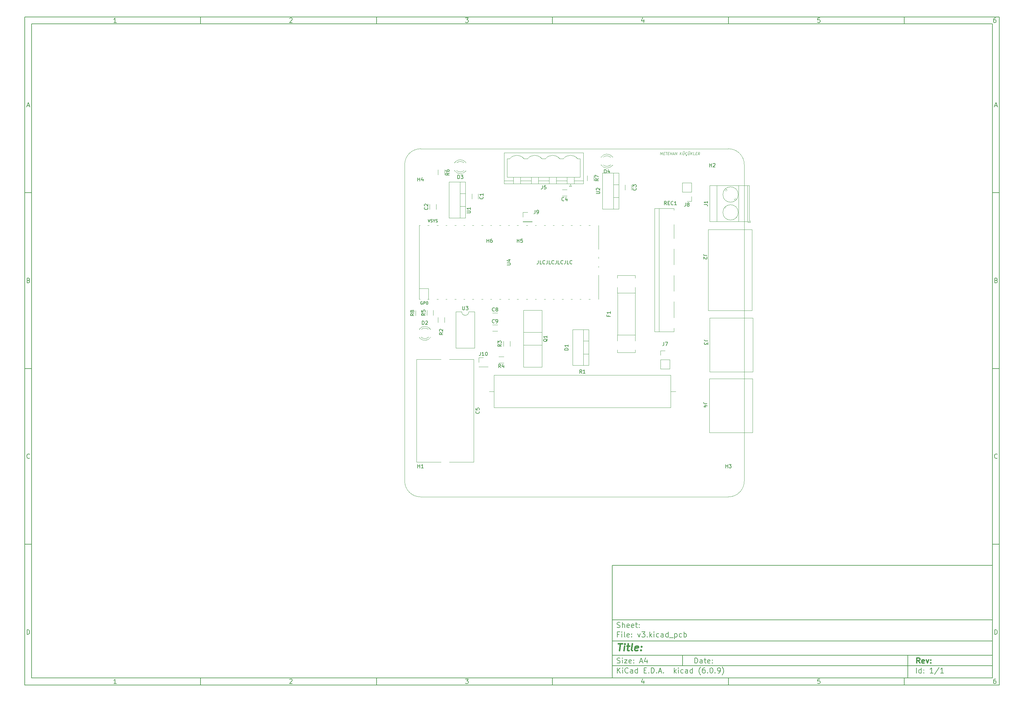
<source format=gbr>
%TF.GenerationSoftware,KiCad,Pcbnew,(6.0.9)*%
%TF.CreationDate,2022-12-28T04:29:14+03:00*%
%TF.ProjectId,v3,76332e6b-6963-4616-945f-706362585858,rev?*%
%TF.SameCoordinates,Original*%
%TF.FileFunction,Legend,Top*%
%TF.FilePolarity,Positive*%
%FSLAX46Y46*%
G04 Gerber Fmt 4.6, Leading zero omitted, Abs format (unit mm)*
G04 Created by KiCad (PCBNEW (6.0.9)) date 2022-12-28 04:29:14*
%MOMM*%
%LPD*%
G01*
G04 APERTURE LIST*
%ADD10C,0.100000*%
%ADD11C,0.150000*%
%ADD12C,0.300000*%
%ADD13C,0.400000*%
%ADD14C,0.090000*%
%TA.AperFunction,Profile*%
%ADD15C,0.100000*%
%TD*%
%ADD16C,0.120000*%
G04 APERTURE END LIST*
D10*
D11*
X177002200Y-166007200D02*
X177002200Y-198007200D01*
X285002200Y-198007200D01*
X285002200Y-166007200D01*
X177002200Y-166007200D01*
D10*
D11*
X10000000Y-10000000D02*
X10000000Y-200007200D01*
X287002200Y-200007200D01*
X287002200Y-10000000D01*
X10000000Y-10000000D01*
D10*
D11*
X12000000Y-12000000D02*
X12000000Y-198007200D01*
X285002200Y-198007200D01*
X285002200Y-12000000D01*
X12000000Y-12000000D01*
D10*
D11*
X60000000Y-12000000D02*
X60000000Y-10000000D01*
D10*
D11*
X110000000Y-12000000D02*
X110000000Y-10000000D01*
D10*
D11*
X160000000Y-12000000D02*
X160000000Y-10000000D01*
D10*
D11*
X210000000Y-12000000D02*
X210000000Y-10000000D01*
D10*
D11*
X260000000Y-12000000D02*
X260000000Y-10000000D01*
D10*
D11*
X36065476Y-11588095D02*
X35322619Y-11588095D01*
X35694047Y-11588095D02*
X35694047Y-10288095D01*
X35570238Y-10473809D01*
X35446428Y-10597619D01*
X35322619Y-10659523D01*
D10*
D11*
X85322619Y-10411904D02*
X85384523Y-10350000D01*
X85508333Y-10288095D01*
X85817857Y-10288095D01*
X85941666Y-10350000D01*
X86003571Y-10411904D01*
X86065476Y-10535714D01*
X86065476Y-10659523D01*
X86003571Y-10845238D01*
X85260714Y-11588095D01*
X86065476Y-11588095D01*
D10*
D11*
X135260714Y-10288095D02*
X136065476Y-10288095D01*
X135632142Y-10783333D01*
X135817857Y-10783333D01*
X135941666Y-10845238D01*
X136003571Y-10907142D01*
X136065476Y-11030952D01*
X136065476Y-11340476D01*
X136003571Y-11464285D01*
X135941666Y-11526190D01*
X135817857Y-11588095D01*
X135446428Y-11588095D01*
X135322619Y-11526190D01*
X135260714Y-11464285D01*
D10*
D11*
X185941666Y-10721428D02*
X185941666Y-11588095D01*
X185632142Y-10226190D02*
X185322619Y-11154761D01*
X186127380Y-11154761D01*
D10*
D11*
X236003571Y-10288095D02*
X235384523Y-10288095D01*
X235322619Y-10907142D01*
X235384523Y-10845238D01*
X235508333Y-10783333D01*
X235817857Y-10783333D01*
X235941666Y-10845238D01*
X236003571Y-10907142D01*
X236065476Y-11030952D01*
X236065476Y-11340476D01*
X236003571Y-11464285D01*
X235941666Y-11526190D01*
X235817857Y-11588095D01*
X235508333Y-11588095D01*
X235384523Y-11526190D01*
X235322619Y-11464285D01*
D10*
D11*
X285941666Y-10288095D02*
X285694047Y-10288095D01*
X285570238Y-10350000D01*
X285508333Y-10411904D01*
X285384523Y-10597619D01*
X285322619Y-10845238D01*
X285322619Y-11340476D01*
X285384523Y-11464285D01*
X285446428Y-11526190D01*
X285570238Y-11588095D01*
X285817857Y-11588095D01*
X285941666Y-11526190D01*
X286003571Y-11464285D01*
X286065476Y-11340476D01*
X286065476Y-11030952D01*
X286003571Y-10907142D01*
X285941666Y-10845238D01*
X285817857Y-10783333D01*
X285570238Y-10783333D01*
X285446428Y-10845238D01*
X285384523Y-10907142D01*
X285322619Y-11030952D01*
D10*
D11*
X60000000Y-198007200D02*
X60000000Y-200007200D01*
D10*
D11*
X110000000Y-198007200D02*
X110000000Y-200007200D01*
D10*
D11*
X160000000Y-198007200D02*
X160000000Y-200007200D01*
D10*
D11*
X210000000Y-198007200D02*
X210000000Y-200007200D01*
D10*
D11*
X260000000Y-198007200D02*
X260000000Y-200007200D01*
D10*
D11*
X36065476Y-199595295D02*
X35322619Y-199595295D01*
X35694047Y-199595295D02*
X35694047Y-198295295D01*
X35570238Y-198481009D01*
X35446428Y-198604819D01*
X35322619Y-198666723D01*
D10*
D11*
X85322619Y-198419104D02*
X85384523Y-198357200D01*
X85508333Y-198295295D01*
X85817857Y-198295295D01*
X85941666Y-198357200D01*
X86003571Y-198419104D01*
X86065476Y-198542914D01*
X86065476Y-198666723D01*
X86003571Y-198852438D01*
X85260714Y-199595295D01*
X86065476Y-199595295D01*
D10*
D11*
X135260714Y-198295295D02*
X136065476Y-198295295D01*
X135632142Y-198790533D01*
X135817857Y-198790533D01*
X135941666Y-198852438D01*
X136003571Y-198914342D01*
X136065476Y-199038152D01*
X136065476Y-199347676D01*
X136003571Y-199471485D01*
X135941666Y-199533390D01*
X135817857Y-199595295D01*
X135446428Y-199595295D01*
X135322619Y-199533390D01*
X135260714Y-199471485D01*
D10*
D11*
X185941666Y-198728628D02*
X185941666Y-199595295D01*
X185632142Y-198233390D02*
X185322619Y-199161961D01*
X186127380Y-199161961D01*
D10*
D11*
X236003571Y-198295295D02*
X235384523Y-198295295D01*
X235322619Y-198914342D01*
X235384523Y-198852438D01*
X235508333Y-198790533D01*
X235817857Y-198790533D01*
X235941666Y-198852438D01*
X236003571Y-198914342D01*
X236065476Y-199038152D01*
X236065476Y-199347676D01*
X236003571Y-199471485D01*
X235941666Y-199533390D01*
X235817857Y-199595295D01*
X235508333Y-199595295D01*
X235384523Y-199533390D01*
X235322619Y-199471485D01*
D10*
D11*
X285941666Y-198295295D02*
X285694047Y-198295295D01*
X285570238Y-198357200D01*
X285508333Y-198419104D01*
X285384523Y-198604819D01*
X285322619Y-198852438D01*
X285322619Y-199347676D01*
X285384523Y-199471485D01*
X285446428Y-199533390D01*
X285570238Y-199595295D01*
X285817857Y-199595295D01*
X285941666Y-199533390D01*
X286003571Y-199471485D01*
X286065476Y-199347676D01*
X286065476Y-199038152D01*
X286003571Y-198914342D01*
X285941666Y-198852438D01*
X285817857Y-198790533D01*
X285570238Y-198790533D01*
X285446428Y-198852438D01*
X285384523Y-198914342D01*
X285322619Y-199038152D01*
D10*
D11*
X10000000Y-60000000D02*
X12000000Y-60000000D01*
D10*
D11*
X10000000Y-110000000D02*
X12000000Y-110000000D01*
D10*
D11*
X10000000Y-160000000D02*
X12000000Y-160000000D01*
D10*
D11*
X10690476Y-35216666D02*
X11309523Y-35216666D01*
X10566666Y-35588095D02*
X11000000Y-34288095D01*
X11433333Y-35588095D01*
D10*
D11*
X11092857Y-84907142D02*
X11278571Y-84969047D01*
X11340476Y-85030952D01*
X11402380Y-85154761D01*
X11402380Y-85340476D01*
X11340476Y-85464285D01*
X11278571Y-85526190D01*
X11154761Y-85588095D01*
X10659523Y-85588095D01*
X10659523Y-84288095D01*
X11092857Y-84288095D01*
X11216666Y-84350000D01*
X11278571Y-84411904D01*
X11340476Y-84535714D01*
X11340476Y-84659523D01*
X11278571Y-84783333D01*
X11216666Y-84845238D01*
X11092857Y-84907142D01*
X10659523Y-84907142D01*
D10*
D11*
X11402380Y-135464285D02*
X11340476Y-135526190D01*
X11154761Y-135588095D01*
X11030952Y-135588095D01*
X10845238Y-135526190D01*
X10721428Y-135402380D01*
X10659523Y-135278571D01*
X10597619Y-135030952D01*
X10597619Y-134845238D01*
X10659523Y-134597619D01*
X10721428Y-134473809D01*
X10845238Y-134350000D01*
X11030952Y-134288095D01*
X11154761Y-134288095D01*
X11340476Y-134350000D01*
X11402380Y-134411904D01*
D10*
D11*
X10659523Y-185588095D02*
X10659523Y-184288095D01*
X10969047Y-184288095D01*
X11154761Y-184350000D01*
X11278571Y-184473809D01*
X11340476Y-184597619D01*
X11402380Y-184845238D01*
X11402380Y-185030952D01*
X11340476Y-185278571D01*
X11278571Y-185402380D01*
X11154761Y-185526190D01*
X10969047Y-185588095D01*
X10659523Y-185588095D01*
D10*
D11*
X287002200Y-60000000D02*
X285002200Y-60000000D01*
D10*
D11*
X287002200Y-110000000D02*
X285002200Y-110000000D01*
D10*
D11*
X287002200Y-160000000D02*
X285002200Y-160000000D01*
D10*
D11*
X285692676Y-35216666D02*
X286311723Y-35216666D01*
X285568866Y-35588095D02*
X286002200Y-34288095D01*
X286435533Y-35588095D01*
D10*
D11*
X286095057Y-84907142D02*
X286280771Y-84969047D01*
X286342676Y-85030952D01*
X286404580Y-85154761D01*
X286404580Y-85340476D01*
X286342676Y-85464285D01*
X286280771Y-85526190D01*
X286156961Y-85588095D01*
X285661723Y-85588095D01*
X285661723Y-84288095D01*
X286095057Y-84288095D01*
X286218866Y-84350000D01*
X286280771Y-84411904D01*
X286342676Y-84535714D01*
X286342676Y-84659523D01*
X286280771Y-84783333D01*
X286218866Y-84845238D01*
X286095057Y-84907142D01*
X285661723Y-84907142D01*
D10*
D11*
X286404580Y-135464285D02*
X286342676Y-135526190D01*
X286156961Y-135588095D01*
X286033152Y-135588095D01*
X285847438Y-135526190D01*
X285723628Y-135402380D01*
X285661723Y-135278571D01*
X285599819Y-135030952D01*
X285599819Y-134845238D01*
X285661723Y-134597619D01*
X285723628Y-134473809D01*
X285847438Y-134350000D01*
X286033152Y-134288095D01*
X286156961Y-134288095D01*
X286342676Y-134350000D01*
X286404580Y-134411904D01*
D10*
D11*
X285661723Y-185588095D02*
X285661723Y-184288095D01*
X285971247Y-184288095D01*
X286156961Y-184350000D01*
X286280771Y-184473809D01*
X286342676Y-184597619D01*
X286404580Y-184845238D01*
X286404580Y-185030952D01*
X286342676Y-185278571D01*
X286280771Y-185402380D01*
X286156961Y-185526190D01*
X285971247Y-185588095D01*
X285661723Y-185588095D01*
D10*
D11*
X200434342Y-193785771D02*
X200434342Y-192285771D01*
X200791485Y-192285771D01*
X201005771Y-192357200D01*
X201148628Y-192500057D01*
X201220057Y-192642914D01*
X201291485Y-192928628D01*
X201291485Y-193142914D01*
X201220057Y-193428628D01*
X201148628Y-193571485D01*
X201005771Y-193714342D01*
X200791485Y-193785771D01*
X200434342Y-193785771D01*
X202577200Y-193785771D02*
X202577200Y-193000057D01*
X202505771Y-192857200D01*
X202362914Y-192785771D01*
X202077200Y-192785771D01*
X201934342Y-192857200D01*
X202577200Y-193714342D02*
X202434342Y-193785771D01*
X202077200Y-193785771D01*
X201934342Y-193714342D01*
X201862914Y-193571485D01*
X201862914Y-193428628D01*
X201934342Y-193285771D01*
X202077200Y-193214342D01*
X202434342Y-193214342D01*
X202577200Y-193142914D01*
X203077200Y-192785771D02*
X203648628Y-192785771D01*
X203291485Y-192285771D02*
X203291485Y-193571485D01*
X203362914Y-193714342D01*
X203505771Y-193785771D01*
X203648628Y-193785771D01*
X204720057Y-193714342D02*
X204577200Y-193785771D01*
X204291485Y-193785771D01*
X204148628Y-193714342D01*
X204077200Y-193571485D01*
X204077200Y-193000057D01*
X204148628Y-192857200D01*
X204291485Y-192785771D01*
X204577200Y-192785771D01*
X204720057Y-192857200D01*
X204791485Y-193000057D01*
X204791485Y-193142914D01*
X204077200Y-193285771D01*
X205434342Y-193642914D02*
X205505771Y-193714342D01*
X205434342Y-193785771D01*
X205362914Y-193714342D01*
X205434342Y-193642914D01*
X205434342Y-193785771D01*
X205434342Y-192857200D02*
X205505771Y-192928628D01*
X205434342Y-193000057D01*
X205362914Y-192928628D01*
X205434342Y-192857200D01*
X205434342Y-193000057D01*
D10*
D11*
X177002200Y-194507200D02*
X285002200Y-194507200D01*
D10*
D11*
X178434342Y-196585771D02*
X178434342Y-195085771D01*
X179291485Y-196585771D02*
X178648628Y-195728628D01*
X179291485Y-195085771D02*
X178434342Y-195942914D01*
X179934342Y-196585771D02*
X179934342Y-195585771D01*
X179934342Y-195085771D02*
X179862914Y-195157200D01*
X179934342Y-195228628D01*
X180005771Y-195157200D01*
X179934342Y-195085771D01*
X179934342Y-195228628D01*
X181505771Y-196442914D02*
X181434342Y-196514342D01*
X181220057Y-196585771D01*
X181077200Y-196585771D01*
X180862914Y-196514342D01*
X180720057Y-196371485D01*
X180648628Y-196228628D01*
X180577200Y-195942914D01*
X180577200Y-195728628D01*
X180648628Y-195442914D01*
X180720057Y-195300057D01*
X180862914Y-195157200D01*
X181077200Y-195085771D01*
X181220057Y-195085771D01*
X181434342Y-195157200D01*
X181505771Y-195228628D01*
X182791485Y-196585771D02*
X182791485Y-195800057D01*
X182720057Y-195657200D01*
X182577200Y-195585771D01*
X182291485Y-195585771D01*
X182148628Y-195657200D01*
X182791485Y-196514342D02*
X182648628Y-196585771D01*
X182291485Y-196585771D01*
X182148628Y-196514342D01*
X182077200Y-196371485D01*
X182077200Y-196228628D01*
X182148628Y-196085771D01*
X182291485Y-196014342D01*
X182648628Y-196014342D01*
X182791485Y-195942914D01*
X184148628Y-196585771D02*
X184148628Y-195085771D01*
X184148628Y-196514342D02*
X184005771Y-196585771D01*
X183720057Y-196585771D01*
X183577200Y-196514342D01*
X183505771Y-196442914D01*
X183434342Y-196300057D01*
X183434342Y-195871485D01*
X183505771Y-195728628D01*
X183577200Y-195657200D01*
X183720057Y-195585771D01*
X184005771Y-195585771D01*
X184148628Y-195657200D01*
X186005771Y-195800057D02*
X186505771Y-195800057D01*
X186720057Y-196585771D02*
X186005771Y-196585771D01*
X186005771Y-195085771D01*
X186720057Y-195085771D01*
X187362914Y-196442914D02*
X187434342Y-196514342D01*
X187362914Y-196585771D01*
X187291485Y-196514342D01*
X187362914Y-196442914D01*
X187362914Y-196585771D01*
X188077200Y-196585771D02*
X188077200Y-195085771D01*
X188434342Y-195085771D01*
X188648628Y-195157200D01*
X188791485Y-195300057D01*
X188862914Y-195442914D01*
X188934342Y-195728628D01*
X188934342Y-195942914D01*
X188862914Y-196228628D01*
X188791485Y-196371485D01*
X188648628Y-196514342D01*
X188434342Y-196585771D01*
X188077200Y-196585771D01*
X189577200Y-196442914D02*
X189648628Y-196514342D01*
X189577200Y-196585771D01*
X189505771Y-196514342D01*
X189577200Y-196442914D01*
X189577200Y-196585771D01*
X190220057Y-196157200D02*
X190934342Y-196157200D01*
X190077200Y-196585771D02*
X190577200Y-195085771D01*
X191077200Y-196585771D01*
X191577200Y-196442914D02*
X191648628Y-196514342D01*
X191577200Y-196585771D01*
X191505771Y-196514342D01*
X191577200Y-196442914D01*
X191577200Y-196585771D01*
X194577200Y-196585771D02*
X194577200Y-195085771D01*
X194720057Y-196014342D02*
X195148628Y-196585771D01*
X195148628Y-195585771D02*
X194577200Y-196157200D01*
X195791485Y-196585771D02*
X195791485Y-195585771D01*
X195791485Y-195085771D02*
X195720057Y-195157200D01*
X195791485Y-195228628D01*
X195862914Y-195157200D01*
X195791485Y-195085771D01*
X195791485Y-195228628D01*
X197148628Y-196514342D02*
X197005771Y-196585771D01*
X196720057Y-196585771D01*
X196577200Y-196514342D01*
X196505771Y-196442914D01*
X196434342Y-196300057D01*
X196434342Y-195871485D01*
X196505771Y-195728628D01*
X196577200Y-195657200D01*
X196720057Y-195585771D01*
X197005771Y-195585771D01*
X197148628Y-195657200D01*
X198434342Y-196585771D02*
X198434342Y-195800057D01*
X198362914Y-195657200D01*
X198220057Y-195585771D01*
X197934342Y-195585771D01*
X197791485Y-195657200D01*
X198434342Y-196514342D02*
X198291485Y-196585771D01*
X197934342Y-196585771D01*
X197791485Y-196514342D01*
X197720057Y-196371485D01*
X197720057Y-196228628D01*
X197791485Y-196085771D01*
X197934342Y-196014342D01*
X198291485Y-196014342D01*
X198434342Y-195942914D01*
X199791485Y-196585771D02*
X199791485Y-195085771D01*
X199791485Y-196514342D02*
X199648628Y-196585771D01*
X199362914Y-196585771D01*
X199220057Y-196514342D01*
X199148628Y-196442914D01*
X199077200Y-196300057D01*
X199077200Y-195871485D01*
X199148628Y-195728628D01*
X199220057Y-195657200D01*
X199362914Y-195585771D01*
X199648628Y-195585771D01*
X199791485Y-195657200D01*
X202077200Y-197157200D02*
X202005771Y-197085771D01*
X201862914Y-196871485D01*
X201791485Y-196728628D01*
X201720057Y-196514342D01*
X201648628Y-196157200D01*
X201648628Y-195871485D01*
X201720057Y-195514342D01*
X201791485Y-195300057D01*
X201862914Y-195157200D01*
X202005771Y-194942914D01*
X202077200Y-194871485D01*
X203291485Y-195085771D02*
X203005771Y-195085771D01*
X202862914Y-195157200D01*
X202791485Y-195228628D01*
X202648628Y-195442914D01*
X202577200Y-195728628D01*
X202577200Y-196300057D01*
X202648628Y-196442914D01*
X202720057Y-196514342D01*
X202862914Y-196585771D01*
X203148628Y-196585771D01*
X203291485Y-196514342D01*
X203362914Y-196442914D01*
X203434342Y-196300057D01*
X203434342Y-195942914D01*
X203362914Y-195800057D01*
X203291485Y-195728628D01*
X203148628Y-195657200D01*
X202862914Y-195657200D01*
X202720057Y-195728628D01*
X202648628Y-195800057D01*
X202577200Y-195942914D01*
X204077200Y-196442914D02*
X204148628Y-196514342D01*
X204077200Y-196585771D01*
X204005771Y-196514342D01*
X204077200Y-196442914D01*
X204077200Y-196585771D01*
X205077200Y-195085771D02*
X205220057Y-195085771D01*
X205362914Y-195157200D01*
X205434342Y-195228628D01*
X205505771Y-195371485D01*
X205577200Y-195657200D01*
X205577200Y-196014342D01*
X205505771Y-196300057D01*
X205434342Y-196442914D01*
X205362914Y-196514342D01*
X205220057Y-196585771D01*
X205077200Y-196585771D01*
X204934342Y-196514342D01*
X204862914Y-196442914D01*
X204791485Y-196300057D01*
X204720057Y-196014342D01*
X204720057Y-195657200D01*
X204791485Y-195371485D01*
X204862914Y-195228628D01*
X204934342Y-195157200D01*
X205077200Y-195085771D01*
X206220057Y-196442914D02*
X206291485Y-196514342D01*
X206220057Y-196585771D01*
X206148628Y-196514342D01*
X206220057Y-196442914D01*
X206220057Y-196585771D01*
X207005771Y-196585771D02*
X207291485Y-196585771D01*
X207434342Y-196514342D01*
X207505771Y-196442914D01*
X207648628Y-196228628D01*
X207720057Y-195942914D01*
X207720057Y-195371485D01*
X207648628Y-195228628D01*
X207577200Y-195157200D01*
X207434342Y-195085771D01*
X207148628Y-195085771D01*
X207005771Y-195157200D01*
X206934342Y-195228628D01*
X206862914Y-195371485D01*
X206862914Y-195728628D01*
X206934342Y-195871485D01*
X207005771Y-195942914D01*
X207148628Y-196014342D01*
X207434342Y-196014342D01*
X207577200Y-195942914D01*
X207648628Y-195871485D01*
X207720057Y-195728628D01*
X208220057Y-197157200D02*
X208291485Y-197085771D01*
X208434342Y-196871485D01*
X208505771Y-196728628D01*
X208577200Y-196514342D01*
X208648628Y-196157200D01*
X208648628Y-195871485D01*
X208577200Y-195514342D01*
X208505771Y-195300057D01*
X208434342Y-195157200D01*
X208291485Y-194942914D01*
X208220057Y-194871485D01*
D10*
D11*
X177002200Y-191507200D02*
X285002200Y-191507200D01*
D10*
D12*
X264411485Y-193785771D02*
X263911485Y-193071485D01*
X263554342Y-193785771D02*
X263554342Y-192285771D01*
X264125771Y-192285771D01*
X264268628Y-192357200D01*
X264340057Y-192428628D01*
X264411485Y-192571485D01*
X264411485Y-192785771D01*
X264340057Y-192928628D01*
X264268628Y-193000057D01*
X264125771Y-193071485D01*
X263554342Y-193071485D01*
X265625771Y-193714342D02*
X265482914Y-193785771D01*
X265197200Y-193785771D01*
X265054342Y-193714342D01*
X264982914Y-193571485D01*
X264982914Y-193000057D01*
X265054342Y-192857200D01*
X265197200Y-192785771D01*
X265482914Y-192785771D01*
X265625771Y-192857200D01*
X265697200Y-193000057D01*
X265697200Y-193142914D01*
X264982914Y-193285771D01*
X266197200Y-192785771D02*
X266554342Y-193785771D01*
X266911485Y-192785771D01*
X267482914Y-193642914D02*
X267554342Y-193714342D01*
X267482914Y-193785771D01*
X267411485Y-193714342D01*
X267482914Y-193642914D01*
X267482914Y-193785771D01*
X267482914Y-192857200D02*
X267554342Y-192928628D01*
X267482914Y-193000057D01*
X267411485Y-192928628D01*
X267482914Y-192857200D01*
X267482914Y-193000057D01*
D10*
D11*
X178362914Y-193714342D02*
X178577200Y-193785771D01*
X178934342Y-193785771D01*
X179077200Y-193714342D01*
X179148628Y-193642914D01*
X179220057Y-193500057D01*
X179220057Y-193357200D01*
X179148628Y-193214342D01*
X179077200Y-193142914D01*
X178934342Y-193071485D01*
X178648628Y-193000057D01*
X178505771Y-192928628D01*
X178434342Y-192857200D01*
X178362914Y-192714342D01*
X178362914Y-192571485D01*
X178434342Y-192428628D01*
X178505771Y-192357200D01*
X178648628Y-192285771D01*
X179005771Y-192285771D01*
X179220057Y-192357200D01*
X179862914Y-193785771D02*
X179862914Y-192785771D01*
X179862914Y-192285771D02*
X179791485Y-192357200D01*
X179862914Y-192428628D01*
X179934342Y-192357200D01*
X179862914Y-192285771D01*
X179862914Y-192428628D01*
X180434342Y-192785771D02*
X181220057Y-192785771D01*
X180434342Y-193785771D01*
X181220057Y-193785771D01*
X182362914Y-193714342D02*
X182220057Y-193785771D01*
X181934342Y-193785771D01*
X181791485Y-193714342D01*
X181720057Y-193571485D01*
X181720057Y-193000057D01*
X181791485Y-192857200D01*
X181934342Y-192785771D01*
X182220057Y-192785771D01*
X182362914Y-192857200D01*
X182434342Y-193000057D01*
X182434342Y-193142914D01*
X181720057Y-193285771D01*
X183077200Y-193642914D02*
X183148628Y-193714342D01*
X183077200Y-193785771D01*
X183005771Y-193714342D01*
X183077200Y-193642914D01*
X183077200Y-193785771D01*
X183077200Y-192857200D02*
X183148628Y-192928628D01*
X183077200Y-193000057D01*
X183005771Y-192928628D01*
X183077200Y-192857200D01*
X183077200Y-193000057D01*
X184862914Y-193357200D02*
X185577200Y-193357200D01*
X184720057Y-193785771D02*
X185220057Y-192285771D01*
X185720057Y-193785771D01*
X186862914Y-192785771D02*
X186862914Y-193785771D01*
X186505771Y-192214342D02*
X186148628Y-193285771D01*
X187077200Y-193285771D01*
D10*
D11*
X263434342Y-196585771D02*
X263434342Y-195085771D01*
X264791485Y-196585771D02*
X264791485Y-195085771D01*
X264791485Y-196514342D02*
X264648628Y-196585771D01*
X264362914Y-196585771D01*
X264220057Y-196514342D01*
X264148628Y-196442914D01*
X264077200Y-196300057D01*
X264077200Y-195871485D01*
X264148628Y-195728628D01*
X264220057Y-195657200D01*
X264362914Y-195585771D01*
X264648628Y-195585771D01*
X264791485Y-195657200D01*
X265505771Y-196442914D02*
X265577200Y-196514342D01*
X265505771Y-196585771D01*
X265434342Y-196514342D01*
X265505771Y-196442914D01*
X265505771Y-196585771D01*
X265505771Y-195657200D02*
X265577200Y-195728628D01*
X265505771Y-195800057D01*
X265434342Y-195728628D01*
X265505771Y-195657200D01*
X265505771Y-195800057D01*
X268148628Y-196585771D02*
X267291485Y-196585771D01*
X267720057Y-196585771D02*
X267720057Y-195085771D01*
X267577200Y-195300057D01*
X267434342Y-195442914D01*
X267291485Y-195514342D01*
X269862914Y-195014342D02*
X268577200Y-196942914D01*
X271148628Y-196585771D02*
X270291485Y-196585771D01*
X270720057Y-196585771D02*
X270720057Y-195085771D01*
X270577200Y-195300057D01*
X270434342Y-195442914D01*
X270291485Y-195514342D01*
D10*
D11*
X177002200Y-187507200D02*
X285002200Y-187507200D01*
D10*
D13*
X178714580Y-188211961D02*
X179857438Y-188211961D01*
X179036009Y-190211961D02*
X179286009Y-188211961D01*
X180274104Y-190211961D02*
X180440771Y-188878628D01*
X180524104Y-188211961D02*
X180416961Y-188307200D01*
X180500295Y-188402438D01*
X180607438Y-188307200D01*
X180524104Y-188211961D01*
X180500295Y-188402438D01*
X181107438Y-188878628D02*
X181869342Y-188878628D01*
X181476485Y-188211961D02*
X181262200Y-189926247D01*
X181333628Y-190116723D01*
X181512200Y-190211961D01*
X181702676Y-190211961D01*
X182655057Y-190211961D02*
X182476485Y-190116723D01*
X182405057Y-189926247D01*
X182619342Y-188211961D01*
X184190771Y-190116723D02*
X183988390Y-190211961D01*
X183607438Y-190211961D01*
X183428866Y-190116723D01*
X183357438Y-189926247D01*
X183452676Y-189164342D01*
X183571723Y-188973866D01*
X183774104Y-188878628D01*
X184155057Y-188878628D01*
X184333628Y-188973866D01*
X184405057Y-189164342D01*
X184381247Y-189354819D01*
X183405057Y-189545295D01*
X185155057Y-190021485D02*
X185238390Y-190116723D01*
X185131247Y-190211961D01*
X185047914Y-190116723D01*
X185155057Y-190021485D01*
X185131247Y-190211961D01*
X185286009Y-188973866D02*
X185369342Y-189069104D01*
X185262200Y-189164342D01*
X185178866Y-189069104D01*
X185286009Y-188973866D01*
X185262200Y-189164342D01*
D10*
D11*
X178934342Y-185600057D02*
X178434342Y-185600057D01*
X178434342Y-186385771D02*
X178434342Y-184885771D01*
X179148628Y-184885771D01*
X179720057Y-186385771D02*
X179720057Y-185385771D01*
X179720057Y-184885771D02*
X179648628Y-184957200D01*
X179720057Y-185028628D01*
X179791485Y-184957200D01*
X179720057Y-184885771D01*
X179720057Y-185028628D01*
X180648628Y-186385771D02*
X180505771Y-186314342D01*
X180434342Y-186171485D01*
X180434342Y-184885771D01*
X181791485Y-186314342D02*
X181648628Y-186385771D01*
X181362914Y-186385771D01*
X181220057Y-186314342D01*
X181148628Y-186171485D01*
X181148628Y-185600057D01*
X181220057Y-185457200D01*
X181362914Y-185385771D01*
X181648628Y-185385771D01*
X181791485Y-185457200D01*
X181862914Y-185600057D01*
X181862914Y-185742914D01*
X181148628Y-185885771D01*
X182505771Y-186242914D02*
X182577200Y-186314342D01*
X182505771Y-186385771D01*
X182434342Y-186314342D01*
X182505771Y-186242914D01*
X182505771Y-186385771D01*
X182505771Y-185457200D02*
X182577200Y-185528628D01*
X182505771Y-185600057D01*
X182434342Y-185528628D01*
X182505771Y-185457200D01*
X182505771Y-185600057D01*
X184220057Y-185385771D02*
X184577200Y-186385771D01*
X184934342Y-185385771D01*
X185362914Y-184885771D02*
X186291485Y-184885771D01*
X185791485Y-185457200D01*
X186005771Y-185457200D01*
X186148628Y-185528628D01*
X186220057Y-185600057D01*
X186291485Y-185742914D01*
X186291485Y-186100057D01*
X186220057Y-186242914D01*
X186148628Y-186314342D01*
X186005771Y-186385771D01*
X185577200Y-186385771D01*
X185434342Y-186314342D01*
X185362914Y-186242914D01*
X186934342Y-186242914D02*
X187005771Y-186314342D01*
X186934342Y-186385771D01*
X186862914Y-186314342D01*
X186934342Y-186242914D01*
X186934342Y-186385771D01*
X187648628Y-186385771D02*
X187648628Y-184885771D01*
X187791485Y-185814342D02*
X188220057Y-186385771D01*
X188220057Y-185385771D02*
X187648628Y-185957200D01*
X188862914Y-186385771D02*
X188862914Y-185385771D01*
X188862914Y-184885771D02*
X188791485Y-184957200D01*
X188862914Y-185028628D01*
X188934342Y-184957200D01*
X188862914Y-184885771D01*
X188862914Y-185028628D01*
X190220057Y-186314342D02*
X190077200Y-186385771D01*
X189791485Y-186385771D01*
X189648628Y-186314342D01*
X189577200Y-186242914D01*
X189505771Y-186100057D01*
X189505771Y-185671485D01*
X189577200Y-185528628D01*
X189648628Y-185457200D01*
X189791485Y-185385771D01*
X190077200Y-185385771D01*
X190220057Y-185457200D01*
X191505771Y-186385771D02*
X191505771Y-185600057D01*
X191434342Y-185457200D01*
X191291485Y-185385771D01*
X191005771Y-185385771D01*
X190862914Y-185457200D01*
X191505771Y-186314342D02*
X191362914Y-186385771D01*
X191005771Y-186385771D01*
X190862914Y-186314342D01*
X190791485Y-186171485D01*
X190791485Y-186028628D01*
X190862914Y-185885771D01*
X191005771Y-185814342D01*
X191362914Y-185814342D01*
X191505771Y-185742914D01*
X192862914Y-186385771D02*
X192862914Y-184885771D01*
X192862914Y-186314342D02*
X192720057Y-186385771D01*
X192434342Y-186385771D01*
X192291485Y-186314342D01*
X192220057Y-186242914D01*
X192148628Y-186100057D01*
X192148628Y-185671485D01*
X192220057Y-185528628D01*
X192291485Y-185457200D01*
X192434342Y-185385771D01*
X192720057Y-185385771D01*
X192862914Y-185457200D01*
X193220057Y-186528628D02*
X194362914Y-186528628D01*
X194720057Y-185385771D02*
X194720057Y-186885771D01*
X194720057Y-185457200D02*
X194862914Y-185385771D01*
X195148628Y-185385771D01*
X195291485Y-185457200D01*
X195362914Y-185528628D01*
X195434342Y-185671485D01*
X195434342Y-186100057D01*
X195362914Y-186242914D01*
X195291485Y-186314342D01*
X195148628Y-186385771D01*
X194862914Y-186385771D01*
X194720057Y-186314342D01*
X196720057Y-186314342D02*
X196577200Y-186385771D01*
X196291485Y-186385771D01*
X196148628Y-186314342D01*
X196077200Y-186242914D01*
X196005771Y-186100057D01*
X196005771Y-185671485D01*
X196077200Y-185528628D01*
X196148628Y-185457200D01*
X196291485Y-185385771D01*
X196577200Y-185385771D01*
X196720057Y-185457200D01*
X197362914Y-186385771D02*
X197362914Y-184885771D01*
X197362914Y-185457200D02*
X197505771Y-185385771D01*
X197791485Y-185385771D01*
X197934342Y-185457200D01*
X198005771Y-185528628D01*
X198077200Y-185671485D01*
X198077200Y-186100057D01*
X198005771Y-186242914D01*
X197934342Y-186314342D01*
X197791485Y-186385771D01*
X197505771Y-186385771D01*
X197362914Y-186314342D01*
D10*
D11*
X177002200Y-181507200D02*
X285002200Y-181507200D01*
D10*
D11*
X178362914Y-183614342D02*
X178577200Y-183685771D01*
X178934342Y-183685771D01*
X179077200Y-183614342D01*
X179148628Y-183542914D01*
X179220057Y-183400057D01*
X179220057Y-183257200D01*
X179148628Y-183114342D01*
X179077200Y-183042914D01*
X178934342Y-182971485D01*
X178648628Y-182900057D01*
X178505771Y-182828628D01*
X178434342Y-182757200D01*
X178362914Y-182614342D01*
X178362914Y-182471485D01*
X178434342Y-182328628D01*
X178505771Y-182257200D01*
X178648628Y-182185771D01*
X179005771Y-182185771D01*
X179220057Y-182257200D01*
X179862914Y-183685771D02*
X179862914Y-182185771D01*
X180505771Y-183685771D02*
X180505771Y-182900057D01*
X180434342Y-182757200D01*
X180291485Y-182685771D01*
X180077200Y-182685771D01*
X179934342Y-182757200D01*
X179862914Y-182828628D01*
X181791485Y-183614342D02*
X181648628Y-183685771D01*
X181362914Y-183685771D01*
X181220057Y-183614342D01*
X181148628Y-183471485D01*
X181148628Y-182900057D01*
X181220057Y-182757200D01*
X181362914Y-182685771D01*
X181648628Y-182685771D01*
X181791485Y-182757200D01*
X181862914Y-182900057D01*
X181862914Y-183042914D01*
X181148628Y-183185771D01*
X183077200Y-183614342D02*
X182934342Y-183685771D01*
X182648628Y-183685771D01*
X182505771Y-183614342D01*
X182434342Y-183471485D01*
X182434342Y-182900057D01*
X182505771Y-182757200D01*
X182648628Y-182685771D01*
X182934342Y-182685771D01*
X183077200Y-182757200D01*
X183148628Y-182900057D01*
X183148628Y-183042914D01*
X182434342Y-183185771D01*
X183577200Y-182685771D02*
X184148628Y-182685771D01*
X183791485Y-182185771D02*
X183791485Y-183471485D01*
X183862914Y-183614342D01*
X184005771Y-183685771D01*
X184148628Y-183685771D01*
X184648628Y-183542914D02*
X184720057Y-183614342D01*
X184648628Y-183685771D01*
X184577200Y-183614342D01*
X184648628Y-183542914D01*
X184648628Y-183685771D01*
X184648628Y-182757200D02*
X184720057Y-182828628D01*
X184648628Y-182900057D01*
X184577200Y-182828628D01*
X184648628Y-182757200D01*
X184648628Y-182900057D01*
D10*
D12*
D10*
D11*
D10*
D11*
D10*
D11*
D10*
D11*
D10*
D11*
X197002200Y-191507200D02*
X197002200Y-194507200D01*
D10*
D11*
X261002200Y-191507200D02*
X261002200Y-198007200D01*
D14*
X190643281Y-49239285D02*
X190737031Y-48489285D01*
X190920066Y-49025000D01*
X191237031Y-48489285D01*
X191143281Y-49239285D01*
X191549531Y-48846428D02*
X191799531Y-48846428D01*
X191857566Y-49239285D02*
X191500424Y-49239285D01*
X191594174Y-48489285D01*
X191951316Y-48489285D01*
X192165602Y-48489285D02*
X192594174Y-48489285D01*
X192286138Y-49239285D02*
X192379888Y-48489285D01*
X192799531Y-48846428D02*
X193049531Y-48846428D01*
X193107566Y-49239285D02*
X192750424Y-49239285D01*
X192844174Y-48489285D01*
X193201316Y-48489285D01*
X193428995Y-49239285D02*
X193522745Y-48489285D01*
X193478102Y-48846428D02*
X193906674Y-48846428D01*
X193857566Y-49239285D02*
X193951316Y-48489285D01*
X194205781Y-49025000D02*
X194562924Y-49025000D01*
X194107566Y-49239285D02*
X194451316Y-48489285D01*
X194607566Y-49239285D01*
X194857566Y-49239285D02*
X194951316Y-48489285D01*
X195286138Y-49239285D01*
X195379888Y-48489285D01*
X196214709Y-49239285D02*
X196308459Y-48489285D01*
X196643281Y-49239285D02*
X196375424Y-48810714D01*
X196737031Y-48489285D02*
X196254888Y-48917857D01*
X197058459Y-48489285D02*
X196982566Y-49096428D01*
X197009352Y-49167857D01*
X197040602Y-49203571D01*
X197107566Y-49239285D01*
X197250424Y-49239285D01*
X197326316Y-49203571D01*
X197366495Y-49167857D01*
X197411138Y-49096428D01*
X197487031Y-48489285D01*
X197161138Y-48239285D02*
X197192388Y-48275000D01*
X197152209Y-48310714D01*
X197120959Y-48275000D01*
X197161138Y-48239285D01*
X197152209Y-48310714D01*
X197446852Y-48239285D02*
X197478102Y-48275000D01*
X197437924Y-48310714D01*
X197406674Y-48275000D01*
X197446852Y-48239285D01*
X197437924Y-48310714D01*
X198187924Y-49167857D02*
X198147745Y-49203571D01*
X198036138Y-49239285D01*
X197964709Y-49239285D01*
X197862031Y-49203571D01*
X197799531Y-49132142D01*
X197772745Y-49060714D01*
X197754888Y-48917857D01*
X197768281Y-48810714D01*
X197821852Y-48667857D01*
X197866495Y-48596428D01*
X197946852Y-48525000D01*
X198058459Y-48489285D01*
X198129888Y-48489285D01*
X198232566Y-48525000D01*
X198263816Y-48560714D01*
X197995959Y-49275000D02*
X198062924Y-49310714D01*
X198089709Y-49382142D01*
X198045066Y-49453571D01*
X197969174Y-49489285D01*
X197862031Y-49489285D01*
X198594174Y-48489285D02*
X198518281Y-49096428D01*
X198545066Y-49167857D01*
X198576316Y-49203571D01*
X198643281Y-49239285D01*
X198786138Y-49239285D01*
X198862031Y-49203571D01*
X198902209Y-49167857D01*
X198946852Y-49096428D01*
X199022745Y-48489285D01*
X198696852Y-48239285D02*
X198728102Y-48275000D01*
X198687924Y-48310714D01*
X198656674Y-48275000D01*
X198696852Y-48239285D01*
X198687924Y-48310714D01*
X198982566Y-48239285D02*
X199013816Y-48275000D01*
X198973638Y-48310714D01*
X198942388Y-48275000D01*
X198982566Y-48239285D01*
X198973638Y-48310714D01*
X199286138Y-49239285D02*
X199379888Y-48489285D01*
X199714709Y-49239285D02*
X199446852Y-48810714D01*
X199808459Y-48489285D02*
X199326316Y-48917857D01*
X200393281Y-49239285D02*
X200036138Y-49239285D01*
X200129888Y-48489285D01*
X200692388Y-48846428D02*
X200942388Y-48846428D01*
X201000424Y-49239285D02*
X200643281Y-49239285D01*
X200737031Y-48489285D01*
X201094174Y-48489285D01*
X201750424Y-49239285D02*
X201545066Y-48882142D01*
X201321852Y-49239285D02*
X201415602Y-48489285D01*
X201701316Y-48489285D01*
X201768281Y-48525000D01*
X201799531Y-48560714D01*
X201826316Y-48632142D01*
X201812924Y-48739285D01*
X201768281Y-48810714D01*
X201728102Y-48846428D01*
X201652209Y-48882142D01*
X201366495Y-48882142D01*
D11*
X155980952Y-79252380D02*
X155980952Y-79966666D01*
X155933333Y-80109523D01*
X155838095Y-80204761D01*
X155695238Y-80252380D01*
X155600000Y-80252380D01*
X156933333Y-80252380D02*
X156457142Y-80252380D01*
X156457142Y-79252380D01*
X157838095Y-80157142D02*
X157790476Y-80204761D01*
X157647619Y-80252380D01*
X157552380Y-80252380D01*
X157409523Y-80204761D01*
X157314285Y-80109523D01*
X157266666Y-80014285D01*
X157219047Y-79823809D01*
X157219047Y-79680952D01*
X157266666Y-79490476D01*
X157314285Y-79395238D01*
X157409523Y-79300000D01*
X157552380Y-79252380D01*
X157647619Y-79252380D01*
X157790476Y-79300000D01*
X157838095Y-79347619D01*
X158552380Y-79252380D02*
X158552380Y-79966666D01*
X158504761Y-80109523D01*
X158409523Y-80204761D01*
X158266666Y-80252380D01*
X158171428Y-80252380D01*
X159504761Y-80252380D02*
X159028571Y-80252380D01*
X159028571Y-79252380D01*
X160409523Y-80157142D02*
X160361904Y-80204761D01*
X160219047Y-80252380D01*
X160123809Y-80252380D01*
X159980952Y-80204761D01*
X159885714Y-80109523D01*
X159838095Y-80014285D01*
X159790476Y-79823809D01*
X159790476Y-79680952D01*
X159838095Y-79490476D01*
X159885714Y-79395238D01*
X159980952Y-79300000D01*
X160123809Y-79252380D01*
X160219047Y-79252380D01*
X160361904Y-79300000D01*
X160409523Y-79347619D01*
X161123809Y-79252380D02*
X161123809Y-79966666D01*
X161076190Y-80109523D01*
X160980952Y-80204761D01*
X160838095Y-80252380D01*
X160742857Y-80252380D01*
X162076190Y-80252380D02*
X161600000Y-80252380D01*
X161600000Y-79252380D01*
X162980952Y-80157142D02*
X162933333Y-80204761D01*
X162790476Y-80252380D01*
X162695238Y-80252380D01*
X162552380Y-80204761D01*
X162457142Y-80109523D01*
X162409523Y-80014285D01*
X162361904Y-79823809D01*
X162361904Y-79680952D01*
X162409523Y-79490476D01*
X162457142Y-79395238D01*
X162552380Y-79300000D01*
X162695238Y-79252380D01*
X162790476Y-79252380D01*
X162933333Y-79300000D01*
X162980952Y-79347619D01*
X163695238Y-79252380D02*
X163695238Y-79966666D01*
X163647619Y-80109523D01*
X163552380Y-80204761D01*
X163409523Y-80252380D01*
X163314285Y-80252380D01*
X164647619Y-80252380D02*
X164171428Y-80252380D01*
X164171428Y-79252380D01*
X165552380Y-80157142D02*
X165504761Y-80204761D01*
X165361904Y-80252380D01*
X165266666Y-80252380D01*
X165123809Y-80204761D01*
X165028571Y-80109523D01*
X164980952Y-80014285D01*
X164933333Y-79823809D01*
X164933333Y-79680952D01*
X164980952Y-79490476D01*
X165028571Y-79395238D01*
X165123809Y-79300000D01*
X165266666Y-79252380D01*
X165361904Y-79252380D01*
X165504761Y-79300000D01*
X165552380Y-79347619D01*
D15*
X122500000Y-146500000D02*
X210000000Y-146500000D01*
X118000000Y-52000000D02*
X118000000Y-142000000D01*
X214500000Y-52000000D02*
G75*
G03*
X210000000Y-47500000I-4500000J0D01*
G01*
X214500000Y-142000000D02*
X214500000Y-52000000D01*
X210000000Y-146500000D02*
G75*
G03*
X214500000Y-142000000I0J4500000D01*
G01*
X122500000Y-47500000D02*
G75*
G03*
X118000000Y-52000000I0J-4500000D01*
G01*
X122500000Y-47500000D02*
X210000000Y-47500000D01*
X118000000Y-142000000D02*
G75*
G03*
X122500000Y-146500000I4500000J0D01*
G01*
D11*
%TO.C,H6*%
X141338095Y-74152380D02*
X141338095Y-73152380D01*
X141338095Y-73628571D02*
X141909523Y-73628571D01*
X141909523Y-74152380D02*
X141909523Y-73152380D01*
X142814285Y-73152380D02*
X142623809Y-73152380D01*
X142528571Y-73200000D01*
X142480952Y-73247619D01*
X142385714Y-73390476D01*
X142338095Y-73580952D01*
X142338095Y-73961904D01*
X142385714Y-74057142D01*
X142433333Y-74104761D01*
X142528571Y-74152380D01*
X142719047Y-74152380D01*
X142814285Y-74104761D01*
X142861904Y-74057142D01*
X142909523Y-73961904D01*
X142909523Y-73723809D01*
X142861904Y-73628571D01*
X142814285Y-73580952D01*
X142719047Y-73533333D01*
X142528571Y-73533333D01*
X142433333Y-73580952D01*
X142385714Y-73628571D01*
X142338095Y-73723809D01*
%TO.C,H5*%
X149938095Y-74152380D02*
X149938095Y-73152380D01*
X149938095Y-73628571D02*
X150509523Y-73628571D01*
X150509523Y-74152380D02*
X150509523Y-73152380D01*
X151461904Y-73152380D02*
X150985714Y-73152380D01*
X150938095Y-73628571D01*
X150985714Y-73580952D01*
X151080952Y-73533333D01*
X151319047Y-73533333D01*
X151414285Y-73580952D01*
X151461904Y-73628571D01*
X151509523Y-73723809D01*
X151509523Y-73961904D01*
X151461904Y-74057142D01*
X151414285Y-74104761D01*
X151319047Y-74152380D01*
X151080952Y-74152380D01*
X150985714Y-74104761D01*
X150938095Y-74057142D01*
%TO.C,U3*%
X134448095Y-92322380D02*
X134448095Y-93131904D01*
X134495714Y-93227142D01*
X134543333Y-93274761D01*
X134638571Y-93322380D01*
X134829047Y-93322380D01*
X134924285Y-93274761D01*
X134971904Y-93227142D01*
X135019523Y-93131904D01*
X135019523Y-92322380D01*
X135400476Y-92322380D02*
X136019523Y-92322380D01*
X135686190Y-92703333D01*
X135829047Y-92703333D01*
X135924285Y-92750952D01*
X135971904Y-92798571D01*
X136019523Y-92893809D01*
X136019523Y-93131904D01*
X135971904Y-93227142D01*
X135924285Y-93274761D01*
X135829047Y-93322380D01*
X135543333Y-93322380D01*
X135448095Y-93274761D01*
X135400476Y-93227142D01*
%TO.C,R8*%
X120632380Y-94366666D02*
X120156190Y-94700000D01*
X120632380Y-94938095D02*
X119632380Y-94938095D01*
X119632380Y-94557142D01*
X119680000Y-94461904D01*
X119727619Y-94414285D01*
X119822857Y-94366666D01*
X119965714Y-94366666D01*
X120060952Y-94414285D01*
X120108571Y-94461904D01*
X120156190Y-94557142D01*
X120156190Y-94938095D01*
X120060952Y-93795238D02*
X120013333Y-93890476D01*
X119965714Y-93938095D01*
X119870476Y-93985714D01*
X119822857Y-93985714D01*
X119727619Y-93938095D01*
X119680000Y-93890476D01*
X119632380Y-93795238D01*
X119632380Y-93604761D01*
X119680000Y-93509523D01*
X119727619Y-93461904D01*
X119822857Y-93414285D01*
X119870476Y-93414285D01*
X119965714Y-93461904D01*
X120013333Y-93509523D01*
X120060952Y-93604761D01*
X120060952Y-93795238D01*
X120108571Y-93890476D01*
X120156190Y-93938095D01*
X120251428Y-93985714D01*
X120441904Y-93985714D01*
X120537142Y-93938095D01*
X120584761Y-93890476D01*
X120632380Y-93795238D01*
X120632380Y-93604761D01*
X120584761Y-93509523D01*
X120537142Y-93461904D01*
X120441904Y-93414285D01*
X120251428Y-93414285D01*
X120156190Y-93461904D01*
X120108571Y-93509523D01*
X120060952Y-93604761D01*
%TO.C,D4*%
X174731904Y-54412380D02*
X174731904Y-53412380D01*
X174970000Y-53412380D01*
X175112857Y-53460000D01*
X175208095Y-53555238D01*
X175255714Y-53650476D01*
X175303333Y-53840952D01*
X175303333Y-53983809D01*
X175255714Y-54174285D01*
X175208095Y-54269523D01*
X175112857Y-54364761D01*
X174970000Y-54412380D01*
X174731904Y-54412380D01*
X176160476Y-53745714D02*
X176160476Y-54412380D01*
X175922380Y-53364761D02*
X175684285Y-54079047D01*
X176303333Y-54079047D01*
%TO.C,D3*%
X133066904Y-56012380D02*
X133066904Y-55012380D01*
X133305000Y-55012380D01*
X133447857Y-55060000D01*
X133543095Y-55155238D01*
X133590714Y-55250476D01*
X133638333Y-55440952D01*
X133638333Y-55583809D01*
X133590714Y-55774285D01*
X133543095Y-55869523D01*
X133447857Y-55964761D01*
X133305000Y-56012380D01*
X133066904Y-56012380D01*
X133971666Y-55012380D02*
X134590714Y-55012380D01*
X134257380Y-55393333D01*
X134400238Y-55393333D01*
X134495476Y-55440952D01*
X134543095Y-55488571D01*
X134590714Y-55583809D01*
X134590714Y-55821904D01*
X134543095Y-55917142D01*
X134495476Y-55964761D01*
X134400238Y-56012380D01*
X134114523Y-56012380D01*
X134019285Y-55964761D01*
X133971666Y-55917142D01*
%TO.C,D2*%
X122991904Y-97492380D02*
X122991904Y-96492380D01*
X123230000Y-96492380D01*
X123372857Y-96540000D01*
X123468095Y-96635238D01*
X123515714Y-96730476D01*
X123563333Y-96920952D01*
X123563333Y-97063809D01*
X123515714Y-97254285D01*
X123468095Y-97349523D01*
X123372857Y-97444761D01*
X123230000Y-97492380D01*
X122991904Y-97492380D01*
X123944285Y-96587619D02*
X123991904Y-96540000D01*
X124087142Y-96492380D01*
X124325238Y-96492380D01*
X124420476Y-96540000D01*
X124468095Y-96587619D01*
X124515714Y-96682857D01*
X124515714Y-96778095D01*
X124468095Y-96920952D01*
X123896666Y-97492380D01*
X124515714Y-97492380D01*
%TO.C,R7*%
X173072380Y-56016665D02*
X172596190Y-56349999D01*
X173072380Y-56588094D02*
X172072380Y-56588094D01*
X172072380Y-56207141D01*
X172120000Y-56111903D01*
X172167619Y-56064284D01*
X172262857Y-56016665D01*
X172405714Y-56016665D01*
X172500952Y-56064284D01*
X172548571Y-56111903D01*
X172596190Y-56207141D01*
X172596190Y-56588094D01*
X172072380Y-55683332D02*
X172072380Y-55016665D01*
X173072380Y-55445237D01*
%TO.C,R6*%
X130672380Y-54366666D02*
X130196190Y-54700000D01*
X130672380Y-54938095D02*
X129672380Y-54938095D01*
X129672380Y-54557142D01*
X129720000Y-54461904D01*
X129767619Y-54414285D01*
X129862857Y-54366666D01*
X130005714Y-54366666D01*
X130100952Y-54414285D01*
X130148571Y-54461904D01*
X130196190Y-54557142D01*
X130196190Y-54938095D01*
X129672380Y-53509523D02*
X129672380Y-53700000D01*
X129720000Y-53795238D01*
X129767619Y-53842857D01*
X129910476Y-53938095D01*
X130100952Y-53985714D01*
X130481904Y-53985714D01*
X130577142Y-53938095D01*
X130624761Y-53890476D01*
X130672380Y-53795238D01*
X130672380Y-53604761D01*
X130624761Y-53509523D01*
X130577142Y-53461904D01*
X130481904Y-53414285D01*
X130243809Y-53414285D01*
X130148571Y-53461904D01*
X130100952Y-53509523D01*
X130053333Y-53604761D01*
X130053333Y-53795238D01*
X130100952Y-53890476D01*
X130148571Y-53938095D01*
X130243809Y-53985714D01*
%TO.C,R5*%
X123832380Y-94316666D02*
X123356190Y-94650000D01*
X123832380Y-94888095D02*
X122832380Y-94888095D01*
X122832380Y-94507142D01*
X122880000Y-94411904D01*
X122927619Y-94364285D01*
X123022857Y-94316666D01*
X123165714Y-94316666D01*
X123260952Y-94364285D01*
X123308571Y-94411904D01*
X123356190Y-94507142D01*
X123356190Y-94888095D01*
X122832380Y-93411904D02*
X122832380Y-93888095D01*
X123308571Y-93935714D01*
X123260952Y-93888095D01*
X123213333Y-93792857D01*
X123213333Y-93554761D01*
X123260952Y-93459523D01*
X123308571Y-93411904D01*
X123403809Y-93364285D01*
X123641904Y-93364285D01*
X123737142Y-93411904D01*
X123784761Y-93459523D01*
X123832380Y-93554761D01*
X123832380Y-93792857D01*
X123784761Y-93888095D01*
X123737142Y-93935714D01*
%TO.C,J10*%
X139540476Y-105322380D02*
X139540476Y-106036666D01*
X139492857Y-106179523D01*
X139397619Y-106274761D01*
X139254761Y-106322380D01*
X139159523Y-106322380D01*
X140540476Y-106322380D02*
X139969047Y-106322380D01*
X140254761Y-106322380D02*
X140254761Y-105322380D01*
X140159523Y-105465238D01*
X140064285Y-105560476D01*
X139969047Y-105608095D01*
X141159523Y-105322380D02*
X141254761Y-105322380D01*
X141350000Y-105370000D01*
X141397619Y-105417619D01*
X141445238Y-105512857D01*
X141492857Y-105703333D01*
X141492857Y-105941428D01*
X141445238Y-106131904D01*
X141397619Y-106227142D01*
X141350000Y-106274761D01*
X141254761Y-106322380D01*
X141159523Y-106322380D01*
X141064285Y-106274761D01*
X141016666Y-106227142D01*
X140969047Y-106131904D01*
X140921428Y-105941428D01*
X140921428Y-105703333D01*
X140969047Y-105512857D01*
X141016666Y-105417619D01*
X141064285Y-105370000D01*
X141159523Y-105322380D01*
%TO.C,J9*%
X155066666Y-64952380D02*
X155066666Y-65666666D01*
X155019047Y-65809523D01*
X154923809Y-65904761D01*
X154780952Y-65952380D01*
X154685714Y-65952380D01*
X155590476Y-65952380D02*
X155780952Y-65952380D01*
X155876190Y-65904761D01*
X155923809Y-65857142D01*
X156019047Y-65714285D01*
X156066666Y-65523809D01*
X156066666Y-65142857D01*
X156019047Y-65047619D01*
X155971428Y-65000000D01*
X155876190Y-64952380D01*
X155685714Y-64952380D01*
X155590476Y-65000000D01*
X155542857Y-65047619D01*
X155495238Y-65142857D01*
X155495238Y-65380952D01*
X155542857Y-65476190D01*
X155590476Y-65523809D01*
X155685714Y-65571428D01*
X155876190Y-65571428D01*
X155971428Y-65523809D01*
X156019047Y-65476190D01*
X156066666Y-65380952D01*
%TO.C,C1*%
X140207142Y-61166666D02*
X140254761Y-61214285D01*
X140302380Y-61357142D01*
X140302380Y-61452380D01*
X140254761Y-61595238D01*
X140159523Y-61690476D01*
X140064285Y-61738095D01*
X139873809Y-61785714D01*
X139730952Y-61785714D01*
X139540476Y-61738095D01*
X139445238Y-61690476D01*
X139350000Y-61595238D01*
X139302380Y-61452380D01*
X139302380Y-61357142D01*
X139350000Y-61214285D01*
X139397619Y-61166666D01*
X140302380Y-60214285D02*
X140302380Y-60785714D01*
X140302380Y-60500000D02*
X139302380Y-60500000D01*
X139445238Y-60595238D01*
X139540476Y-60690476D01*
X139588095Y-60785714D01*
%TO.C,H1*%
X121738095Y-138252380D02*
X121738095Y-137252380D01*
X121738095Y-137728571D02*
X122309523Y-137728571D01*
X122309523Y-138252380D02*
X122309523Y-137252380D01*
X123309523Y-138252380D02*
X122738095Y-138252380D01*
X123023809Y-138252380D02*
X123023809Y-137252380D01*
X122928571Y-137395238D01*
X122833333Y-137490476D01*
X122738095Y-137538095D01*
%TO.C,R3*%
X145452380Y-103116665D02*
X144976190Y-103449999D01*
X145452380Y-103688094D02*
X144452380Y-103688094D01*
X144452380Y-103307141D01*
X144500000Y-103211903D01*
X144547619Y-103164284D01*
X144642857Y-103116665D01*
X144785714Y-103116665D01*
X144880952Y-103164284D01*
X144928571Y-103211903D01*
X144976190Y-103307141D01*
X144976190Y-103688094D01*
X144452380Y-102783332D02*
X144452380Y-102164284D01*
X144833333Y-102497618D01*
X144833333Y-102354760D01*
X144880952Y-102259522D01*
X144928571Y-102211903D01*
X145023809Y-102164284D01*
X145261904Y-102164284D01*
X145357142Y-102211903D01*
X145404761Y-102259522D01*
X145452380Y-102354760D01*
X145452380Y-102640475D01*
X145404761Y-102735713D01*
X145357142Y-102783332D01*
%TO.C,J8*%
X197866666Y-62857380D02*
X197866666Y-63571666D01*
X197819047Y-63714523D01*
X197723809Y-63809761D01*
X197580952Y-63857380D01*
X197485714Y-63857380D01*
X198485714Y-63285952D02*
X198390476Y-63238333D01*
X198342857Y-63190714D01*
X198295238Y-63095476D01*
X198295238Y-63047857D01*
X198342857Y-62952619D01*
X198390476Y-62905000D01*
X198485714Y-62857380D01*
X198676190Y-62857380D01*
X198771428Y-62905000D01*
X198819047Y-62952619D01*
X198866666Y-63047857D01*
X198866666Y-63095476D01*
X198819047Y-63190714D01*
X198771428Y-63238333D01*
X198676190Y-63285952D01*
X198485714Y-63285952D01*
X198390476Y-63333571D01*
X198342857Y-63381190D01*
X198295238Y-63476428D01*
X198295238Y-63666904D01*
X198342857Y-63762142D01*
X198390476Y-63809761D01*
X198485714Y-63857380D01*
X198676190Y-63857380D01*
X198771428Y-63809761D01*
X198819047Y-63762142D01*
X198866666Y-63666904D01*
X198866666Y-63476428D01*
X198819047Y-63381190D01*
X198771428Y-63333571D01*
X198676190Y-63285952D01*
%TO.C,J7*%
X191666666Y-102452380D02*
X191666666Y-103166666D01*
X191619047Y-103309523D01*
X191523809Y-103404761D01*
X191380952Y-103452380D01*
X191285714Y-103452380D01*
X192047619Y-102452380D02*
X192714285Y-102452380D01*
X192285714Y-103452380D01*
%TO.C,R4*%
X145283333Y-109772380D02*
X144950000Y-109296190D01*
X144711904Y-109772380D02*
X144711904Y-108772380D01*
X145092857Y-108772380D01*
X145188095Y-108820000D01*
X145235714Y-108867619D01*
X145283333Y-108962857D01*
X145283333Y-109105714D01*
X145235714Y-109200952D01*
X145188095Y-109248571D01*
X145092857Y-109296190D01*
X144711904Y-109296190D01*
X146140476Y-109105714D02*
X146140476Y-109772380D01*
X145902380Y-108724761D02*
X145664285Y-109439047D01*
X146283333Y-109439047D01*
%TO.C,R2*%
X128852380Y-99766666D02*
X128376190Y-100100000D01*
X128852380Y-100338095D02*
X127852380Y-100338095D01*
X127852380Y-99957142D01*
X127900000Y-99861904D01*
X127947619Y-99814285D01*
X128042857Y-99766666D01*
X128185714Y-99766666D01*
X128280952Y-99814285D01*
X128328571Y-99861904D01*
X128376190Y-99957142D01*
X128376190Y-100338095D01*
X127947619Y-99385714D02*
X127900000Y-99338095D01*
X127852380Y-99242857D01*
X127852380Y-99004761D01*
X127900000Y-98909523D01*
X127947619Y-98861904D01*
X128042857Y-98814285D01*
X128138095Y-98814285D01*
X128280952Y-98861904D01*
X128852380Y-99433333D01*
X128852380Y-98814285D01*
%TO.C,H3*%
X209238095Y-138252380D02*
X209238095Y-137252380D01*
X209238095Y-137728571D02*
X209809523Y-137728571D01*
X209809523Y-138252380D02*
X209809523Y-137252380D01*
X210190476Y-137252380D02*
X210809523Y-137252380D01*
X210476190Y-137633333D01*
X210619047Y-137633333D01*
X210714285Y-137680952D01*
X210761904Y-137728571D01*
X210809523Y-137823809D01*
X210809523Y-138061904D01*
X210761904Y-138157142D01*
X210714285Y-138204761D01*
X210619047Y-138252380D01*
X210333333Y-138252380D01*
X210238095Y-138204761D01*
X210190476Y-138157142D01*
%TO.C,C5*%
X139107142Y-122166666D02*
X139154761Y-122214285D01*
X139202380Y-122357142D01*
X139202380Y-122452380D01*
X139154761Y-122595238D01*
X139059523Y-122690476D01*
X138964285Y-122738095D01*
X138773809Y-122785714D01*
X138630952Y-122785714D01*
X138440476Y-122738095D01*
X138345238Y-122690476D01*
X138250000Y-122595238D01*
X138202380Y-122452380D01*
X138202380Y-122357142D01*
X138250000Y-122214285D01*
X138297619Y-122166666D01*
X138202380Y-121261904D02*
X138202380Y-121738095D01*
X138678571Y-121785714D01*
X138630952Y-121738095D01*
X138583333Y-121642857D01*
X138583333Y-121404761D01*
X138630952Y-121309523D01*
X138678571Y-121261904D01*
X138773809Y-121214285D01*
X139011904Y-121214285D01*
X139107142Y-121261904D01*
X139154761Y-121309523D01*
X139202380Y-121404761D01*
X139202380Y-121642857D01*
X139154761Y-121738095D01*
X139107142Y-121785714D01*
%TO.C,J2*%
X203947619Y-77866666D02*
X203233333Y-77866666D01*
X203090476Y-77819047D01*
X202995238Y-77723809D01*
X202947619Y-77580952D01*
X202947619Y-77485714D01*
X203852380Y-78295238D02*
X203900000Y-78342857D01*
X203947619Y-78438095D01*
X203947619Y-78676190D01*
X203900000Y-78771428D01*
X203852380Y-78819047D01*
X203757142Y-78866666D01*
X203661904Y-78866666D01*
X203519047Y-78819047D01*
X202947619Y-78247619D01*
X202947619Y-78866666D01*
%TO.C,F1*%
X175928571Y-94833333D02*
X175928571Y-95166666D01*
X176452380Y-95166666D02*
X175452380Y-95166666D01*
X175452380Y-94690476D01*
X176452380Y-93785714D02*
X176452380Y-94357142D01*
X176452380Y-94071428D02*
X175452380Y-94071428D01*
X175595238Y-94166666D01*
X175690476Y-94261904D01*
X175738095Y-94357142D01*
%TO.C,U2*%
X172452380Y-60261904D02*
X173261904Y-60261904D01*
X173357142Y-60214285D01*
X173404761Y-60166666D01*
X173452380Y-60071428D01*
X173452380Y-59880952D01*
X173404761Y-59785714D01*
X173357142Y-59738095D01*
X173261904Y-59690476D01*
X172452380Y-59690476D01*
X172547619Y-59261904D02*
X172500000Y-59214285D01*
X172452380Y-59119047D01*
X172452380Y-58880952D01*
X172500000Y-58785714D01*
X172547619Y-58738095D01*
X172642857Y-58690476D01*
X172738095Y-58690476D01*
X172880952Y-58738095D01*
X173452380Y-59309523D01*
X173452380Y-58690476D01*
%TO.C,J5*%
X157166666Y-57952380D02*
X157166666Y-58666666D01*
X157119047Y-58809523D01*
X157023809Y-58904761D01*
X156880952Y-58952380D01*
X156785714Y-58952380D01*
X158119047Y-57952380D02*
X157642857Y-57952380D01*
X157595238Y-58428571D01*
X157642857Y-58380952D01*
X157738095Y-58333333D01*
X157976190Y-58333333D01*
X158071428Y-58380952D01*
X158119047Y-58428571D01*
X158166666Y-58523809D01*
X158166666Y-58761904D01*
X158119047Y-58857142D01*
X158071428Y-58904761D01*
X157976190Y-58952380D01*
X157738095Y-58952380D01*
X157642857Y-58904761D01*
X157595238Y-58857142D01*
%TO.C,J3*%
X204147619Y-102166666D02*
X203433333Y-102166666D01*
X203290476Y-102119047D01*
X203195238Y-102023809D01*
X203147619Y-101880952D01*
X203147619Y-101785714D01*
X204147619Y-102547619D02*
X204147619Y-103166666D01*
X203766666Y-102833333D01*
X203766666Y-102976190D01*
X203719047Y-103071428D01*
X203671428Y-103119047D01*
X203576190Y-103166666D01*
X203338095Y-103166666D01*
X203242857Y-103119047D01*
X203195238Y-103071428D01*
X203147619Y-102976190D01*
X203147619Y-102690476D01*
X203195238Y-102595238D01*
X203242857Y-102547619D01*
%TO.C,C9*%
X143483333Y-96957142D02*
X143435714Y-97004761D01*
X143292857Y-97052380D01*
X143197619Y-97052380D01*
X143054761Y-97004761D01*
X142959523Y-96909523D01*
X142911904Y-96814285D01*
X142864285Y-96623809D01*
X142864285Y-96480952D01*
X142911904Y-96290476D01*
X142959523Y-96195238D01*
X143054761Y-96100000D01*
X143197619Y-96052380D01*
X143292857Y-96052380D01*
X143435714Y-96100000D01*
X143483333Y-96147619D01*
X143959523Y-97052380D02*
X144150000Y-97052380D01*
X144245238Y-97004761D01*
X144292857Y-96957142D01*
X144388095Y-96814285D01*
X144435714Y-96623809D01*
X144435714Y-96242857D01*
X144388095Y-96147619D01*
X144340476Y-96100000D01*
X144245238Y-96052380D01*
X144054761Y-96052380D01*
X143959523Y-96100000D01*
X143911904Y-96147619D01*
X143864285Y-96242857D01*
X143864285Y-96480952D01*
X143911904Y-96576190D01*
X143959523Y-96623809D01*
X144054761Y-96671428D01*
X144245238Y-96671428D01*
X144340476Y-96623809D01*
X144388095Y-96576190D01*
X144435714Y-96480952D01*
%TO.C,R1*%
X168333333Y-111332380D02*
X168000000Y-110856190D01*
X167761904Y-111332380D02*
X167761904Y-110332380D01*
X168142857Y-110332380D01*
X168238095Y-110380000D01*
X168285714Y-110427619D01*
X168333333Y-110522857D01*
X168333333Y-110665714D01*
X168285714Y-110760952D01*
X168238095Y-110808571D01*
X168142857Y-110856190D01*
X167761904Y-110856190D01*
X169285714Y-111332380D02*
X168714285Y-111332380D01*
X169000000Y-111332380D02*
X169000000Y-110332380D01*
X168904761Y-110475238D01*
X168809523Y-110570476D01*
X168714285Y-110618095D01*
%TO.C,U4*%
X147067381Y-80526904D02*
X147876905Y-80526904D01*
X147972143Y-80479285D01*
X148019762Y-80431666D01*
X148067381Y-80336428D01*
X148067381Y-80145952D01*
X148019762Y-80050714D01*
X147972143Y-80003095D01*
X147876905Y-79955476D01*
X147067381Y-79955476D01*
X147400715Y-79050714D02*
X148067381Y-79050714D01*
X147019762Y-79288809D02*
X147734048Y-79526904D01*
X147734048Y-78907857D01*
X122978571Y-91000000D02*
X122902380Y-90961904D01*
X122788095Y-90961904D01*
X122673809Y-91000000D01*
X122597619Y-91076190D01*
X122559523Y-91152380D01*
X122521428Y-91304761D01*
X122521428Y-91419047D01*
X122559523Y-91571428D01*
X122597619Y-91647619D01*
X122673809Y-91723809D01*
X122788095Y-91761904D01*
X122864285Y-91761904D01*
X122978571Y-91723809D01*
X123016666Y-91685714D01*
X123016666Y-91419047D01*
X122864285Y-91419047D01*
X123359523Y-91761904D02*
X123359523Y-90961904D01*
X123664285Y-90961904D01*
X123740476Y-91000000D01*
X123778571Y-91038095D01*
X123816666Y-91114285D01*
X123816666Y-91228571D01*
X123778571Y-91304761D01*
X123740476Y-91342857D01*
X123664285Y-91380952D01*
X123359523Y-91380952D01*
X124311904Y-90961904D02*
X124388095Y-90961904D01*
X124464285Y-91000000D01*
X124502380Y-91038095D01*
X124540476Y-91114285D01*
X124578571Y-91266666D01*
X124578571Y-91457142D01*
X124540476Y-91609523D01*
X124502380Y-91685714D01*
X124464285Y-91723809D01*
X124388095Y-91761904D01*
X124311904Y-91761904D01*
X124235714Y-91723809D01*
X124197619Y-91685714D01*
X124159523Y-91609523D01*
X124121428Y-91457142D01*
X124121428Y-91266666D01*
X124159523Y-91114285D01*
X124197619Y-91038095D01*
X124235714Y-91000000D01*
X124311904Y-90961904D01*
X124653572Y-67561904D02*
X124920239Y-68361904D01*
X125186905Y-67561904D01*
X125415477Y-68323809D02*
X125529762Y-68361904D01*
X125720239Y-68361904D01*
X125796429Y-68323809D01*
X125834524Y-68285714D01*
X125872620Y-68209523D01*
X125872620Y-68133333D01*
X125834524Y-68057142D01*
X125796429Y-68019047D01*
X125720239Y-67980952D01*
X125567858Y-67942857D01*
X125491667Y-67904761D01*
X125453572Y-67866666D01*
X125415477Y-67790476D01*
X125415477Y-67714285D01*
X125453572Y-67638095D01*
X125491667Y-67600000D01*
X125567858Y-67561904D01*
X125758334Y-67561904D01*
X125872620Y-67600000D01*
X126367858Y-67980952D02*
X126367858Y-68361904D01*
X126101191Y-67561904D02*
X126367858Y-67980952D01*
X126634524Y-67561904D01*
X126863096Y-68323809D02*
X126977381Y-68361904D01*
X127167858Y-68361904D01*
X127244048Y-68323809D01*
X127282143Y-68285714D01*
X127320239Y-68209523D01*
X127320239Y-68133333D01*
X127282143Y-68057142D01*
X127244048Y-68019047D01*
X127167858Y-67980952D01*
X127015477Y-67942857D01*
X126939286Y-67904761D01*
X126901191Y-67866666D01*
X126863096Y-67790476D01*
X126863096Y-67714285D01*
X126901191Y-67638095D01*
X126939286Y-67600000D01*
X127015477Y-67561904D01*
X127205953Y-67561904D01*
X127320239Y-67600000D01*
%TO.C,C3*%
X183707142Y-58666666D02*
X183754761Y-58714285D01*
X183802380Y-58857142D01*
X183802380Y-58952380D01*
X183754761Y-59095238D01*
X183659523Y-59190476D01*
X183564285Y-59238095D01*
X183373809Y-59285714D01*
X183230952Y-59285714D01*
X183040476Y-59238095D01*
X182945238Y-59190476D01*
X182850000Y-59095238D01*
X182802380Y-58952380D01*
X182802380Y-58857142D01*
X182850000Y-58714285D01*
X182897619Y-58666666D01*
X182802380Y-58333333D02*
X182802380Y-57714285D01*
X183183333Y-58047619D01*
X183183333Y-57904761D01*
X183230952Y-57809523D01*
X183278571Y-57761904D01*
X183373809Y-57714285D01*
X183611904Y-57714285D01*
X183707142Y-57761904D01*
X183754761Y-57809523D01*
X183802380Y-57904761D01*
X183802380Y-58190476D01*
X183754761Y-58285714D01*
X183707142Y-58333333D01*
%TO.C,C4*%
X163270833Y-62207142D02*
X163223214Y-62254761D01*
X163080357Y-62302380D01*
X162985119Y-62302380D01*
X162842261Y-62254761D01*
X162747023Y-62159523D01*
X162699404Y-62064285D01*
X162651785Y-61873809D01*
X162651785Y-61730952D01*
X162699404Y-61540476D01*
X162747023Y-61445238D01*
X162842261Y-61350000D01*
X162985119Y-61302380D01*
X163080357Y-61302380D01*
X163223214Y-61350000D01*
X163270833Y-61397619D01*
X164127976Y-61635714D02*
X164127976Y-62302380D01*
X163889880Y-61254761D02*
X163651785Y-61969047D01*
X164270833Y-61969047D01*
%TO.C,J4*%
X203947619Y-119966666D02*
X203233333Y-119966666D01*
X203090476Y-119919047D01*
X202995238Y-119823809D01*
X202947619Y-119680952D01*
X202947619Y-119585714D01*
X203614285Y-120871428D02*
X202947619Y-120871428D01*
X203995238Y-120633333D02*
X203280952Y-120395238D01*
X203280952Y-121014285D01*
%TO.C,C8*%
X143508333Y-93607142D02*
X143460714Y-93654761D01*
X143317857Y-93702380D01*
X143222619Y-93702380D01*
X143079761Y-93654761D01*
X142984523Y-93559523D01*
X142936904Y-93464285D01*
X142889285Y-93273809D01*
X142889285Y-93130952D01*
X142936904Y-92940476D01*
X142984523Y-92845238D01*
X143079761Y-92750000D01*
X143222619Y-92702380D01*
X143317857Y-92702380D01*
X143460714Y-92750000D01*
X143508333Y-92797619D01*
X144079761Y-93130952D02*
X143984523Y-93083333D01*
X143936904Y-93035714D01*
X143889285Y-92940476D01*
X143889285Y-92892857D01*
X143936904Y-92797619D01*
X143984523Y-92750000D01*
X144079761Y-92702380D01*
X144270238Y-92702380D01*
X144365476Y-92750000D01*
X144413095Y-92797619D01*
X144460714Y-92892857D01*
X144460714Y-92940476D01*
X144413095Y-93035714D01*
X144365476Y-93083333D01*
X144270238Y-93130952D01*
X144079761Y-93130952D01*
X143984523Y-93178571D01*
X143936904Y-93226190D01*
X143889285Y-93321428D01*
X143889285Y-93511904D01*
X143936904Y-93607142D01*
X143984523Y-93654761D01*
X144079761Y-93702380D01*
X144270238Y-93702380D01*
X144365476Y-93654761D01*
X144413095Y-93607142D01*
X144460714Y-93511904D01*
X144460714Y-93321428D01*
X144413095Y-93226190D01*
X144365476Y-93178571D01*
X144270238Y-93130952D01*
%TO.C,Q1*%
X158547619Y-101595238D02*
X158500000Y-101690476D01*
X158404761Y-101785714D01*
X158261904Y-101928571D01*
X158214285Y-102023809D01*
X158214285Y-102119047D01*
X158452380Y-102071428D02*
X158404761Y-102166666D01*
X158309523Y-102261904D01*
X158119047Y-102309523D01*
X157785714Y-102309523D01*
X157595238Y-102261904D01*
X157500000Y-102166666D01*
X157452380Y-102071428D01*
X157452380Y-101880952D01*
X157500000Y-101785714D01*
X157595238Y-101690476D01*
X157785714Y-101642857D01*
X158119047Y-101642857D01*
X158309523Y-101690476D01*
X158404761Y-101785714D01*
X158452380Y-101880952D01*
X158452380Y-102071428D01*
X158452380Y-100690476D02*
X158452380Y-101261904D01*
X158452380Y-100976190D02*
X157452380Y-100976190D01*
X157595238Y-101071428D01*
X157690476Y-101166666D01*
X157738095Y-101261904D01*
%TO.C,U1*%
X135702380Y-65761904D02*
X136511904Y-65761904D01*
X136607142Y-65714285D01*
X136654761Y-65666666D01*
X136702380Y-65571428D01*
X136702380Y-65380952D01*
X136654761Y-65285714D01*
X136607142Y-65238095D01*
X136511904Y-65190476D01*
X135702380Y-65190476D01*
X136702380Y-64190476D02*
X136702380Y-64761904D01*
X136702380Y-64476190D02*
X135702380Y-64476190D01*
X135845238Y-64571428D01*
X135940476Y-64666666D01*
X135988095Y-64761904D01*
%TO.C,D1*%
X164452380Y-104738095D02*
X163452380Y-104738095D01*
X163452380Y-104500000D01*
X163500000Y-104357142D01*
X163595238Y-104261904D01*
X163690476Y-104214285D01*
X163880952Y-104166666D01*
X164023809Y-104166666D01*
X164214285Y-104214285D01*
X164309523Y-104261904D01*
X164404761Y-104357142D01*
X164452380Y-104500000D01*
X164452380Y-104738095D01*
X164452380Y-103214285D02*
X164452380Y-103785714D01*
X164452380Y-103500000D02*
X163452380Y-103500000D01*
X163595238Y-103595238D01*
X163690476Y-103690476D01*
X163738095Y-103785714D01*
%TO.C,J1*%
X203092380Y-63393333D02*
X203806666Y-63393333D01*
X203949523Y-63440952D01*
X204044761Y-63536190D01*
X204092380Y-63679047D01*
X204092380Y-63774285D01*
X204092380Y-62393333D02*
X204092380Y-62964761D01*
X204092380Y-62679047D02*
X203092380Y-62679047D01*
X203235238Y-62774285D01*
X203330476Y-62869523D01*
X203378095Y-62964761D01*
%TO.C,C2*%
X124507142Y-64166666D02*
X124554761Y-64214285D01*
X124602380Y-64357142D01*
X124602380Y-64452380D01*
X124554761Y-64595238D01*
X124459523Y-64690476D01*
X124364285Y-64738095D01*
X124173809Y-64785714D01*
X124030952Y-64785714D01*
X123840476Y-64738095D01*
X123745238Y-64690476D01*
X123650000Y-64595238D01*
X123602380Y-64452380D01*
X123602380Y-64357142D01*
X123650000Y-64214285D01*
X123697619Y-64166666D01*
X123697619Y-63785714D02*
X123650000Y-63738095D01*
X123602380Y-63642857D01*
X123602380Y-63404761D01*
X123650000Y-63309523D01*
X123697619Y-63261904D01*
X123792857Y-63214285D01*
X123888095Y-63214285D01*
X124030952Y-63261904D01*
X124602380Y-63833333D01*
X124602380Y-63214285D01*
%TO.C,H4*%
X121738095Y-56702380D02*
X121738095Y-55702380D01*
X121738095Y-56178571D02*
X122309523Y-56178571D01*
X122309523Y-56702380D02*
X122309523Y-55702380D01*
X123214285Y-56035714D02*
X123214285Y-56702380D01*
X122976190Y-55654761D02*
X122738095Y-56369047D01*
X123357142Y-56369047D01*
%TO.C,H2*%
X204638095Y-52652380D02*
X204638095Y-51652380D01*
X204638095Y-52128571D02*
X205209523Y-52128571D01*
X205209523Y-52652380D02*
X205209523Y-51652380D01*
X205638095Y-51747619D02*
X205685714Y-51700000D01*
X205780952Y-51652380D01*
X206019047Y-51652380D01*
X206114285Y-51700000D01*
X206161904Y-51747619D01*
X206209523Y-51842857D01*
X206209523Y-51938095D01*
X206161904Y-52080952D01*
X205590476Y-52652380D01*
X206209523Y-52652380D01*
%TO.C,REC1*%
X192380952Y-63452380D02*
X192047619Y-62976190D01*
X191809523Y-63452380D02*
X191809523Y-62452380D01*
X192190476Y-62452380D01*
X192285714Y-62500000D01*
X192333333Y-62547619D01*
X192380952Y-62642857D01*
X192380952Y-62785714D01*
X192333333Y-62880952D01*
X192285714Y-62928571D01*
X192190476Y-62976190D01*
X191809523Y-62976190D01*
X192809523Y-62928571D02*
X193142857Y-62928571D01*
X193285714Y-63452380D02*
X192809523Y-63452380D01*
X192809523Y-62452380D01*
X193285714Y-62452380D01*
X194285714Y-63357142D02*
X194238095Y-63404761D01*
X194095238Y-63452380D01*
X194000000Y-63452380D01*
X193857142Y-63404761D01*
X193761904Y-63309523D01*
X193714285Y-63214285D01*
X193666666Y-63023809D01*
X193666666Y-62880952D01*
X193714285Y-62690476D01*
X193761904Y-62595238D01*
X193857142Y-62500000D01*
X194000000Y-62452380D01*
X194095238Y-62452380D01*
X194238095Y-62500000D01*
X194285714Y-62547619D01*
X195238095Y-63452380D02*
X194666666Y-63452380D01*
X194952380Y-63452380D02*
X194952380Y-62452380D01*
X194857142Y-62595238D01*
X194761904Y-62690476D01*
X194666666Y-62738095D01*
D16*
%TO.C,U3*%
X137860000Y-104150000D02*
X137860000Y-93870000D01*
X137860000Y-93870000D02*
X136210000Y-93870000D01*
X132560000Y-104150000D02*
X137860000Y-104150000D01*
X134210000Y-93870000D02*
X132560000Y-93870000D01*
X132560000Y-93870000D02*
X132560000Y-104150000D01*
X134210000Y-93870000D02*
G75*
G03*
X136210000Y-93870000I1000000J0D01*
G01*
%TO.C,R8*%
X121090000Y-94927064D02*
X121090000Y-93472936D01*
X122910000Y-94927064D02*
X122910000Y-93472936D01*
%TO.C,D4*%
X177030000Y-52236000D02*
X177030000Y-52080000D01*
X177030000Y-49920000D02*
X177030000Y-49764000D01*
X174428870Y-52079837D02*
G75*
G03*
X176510961Y-52080000I1041130J1079837D01*
G01*
X177030000Y-49764484D02*
G75*
G03*
X173797665Y-49921392I-1560000J-1235516D01*
G01*
X176510961Y-49920000D02*
G75*
G03*
X174428870Y-49920163I-1040961J-1080000D01*
G01*
X173797665Y-52078608D02*
G75*
G03*
X177030000Y-52235516I1672335J1078608D01*
G01*
%TO.C,D3*%
X135365000Y-53836000D02*
X135365000Y-53680000D01*
X135365000Y-51520000D02*
X135365000Y-51364000D01*
X132763870Y-53679837D02*
G75*
G03*
X134845961Y-53680000I1041130J1079837D01*
G01*
X135365000Y-51364484D02*
G75*
G03*
X132132665Y-51521392I-1560000J-1235516D01*
G01*
X134845961Y-51520000D02*
G75*
G03*
X132763870Y-51520163I-1040961J-1080000D01*
G01*
X132132665Y-53678608D02*
G75*
G03*
X135365000Y-53835516I1672335J1078608D01*
G01*
%TO.C,D2*%
X122170000Y-98764000D02*
X122170000Y-98920000D01*
X122170000Y-101080000D02*
X122170000Y-101236000D01*
X124771130Y-98920163D02*
G75*
G03*
X122689039Y-98920000I-1041130J-1079837D01*
G01*
X122170000Y-101235516D02*
G75*
G03*
X125402335Y-101078608I1560000J1235516D01*
G01*
X122689039Y-101080000D02*
G75*
G03*
X124771130Y-101079837I1040961J1080000D01*
G01*
X125402335Y-98921392D02*
G75*
G03*
X122170000Y-98764484I-1672335J-1078608D01*
G01*
%TO.C,R7*%
X171710000Y-55122935D02*
X171710000Y-56577063D01*
X169890000Y-55122935D02*
X169890000Y-56577063D01*
%TO.C,R6*%
X129310000Y-53472936D02*
X129310000Y-54927064D01*
X127490000Y-53472936D02*
X127490000Y-54927064D01*
%TO.C,R5*%
X124290000Y-94877064D02*
X124290000Y-93422936D01*
X126110000Y-94877064D02*
X126110000Y-93422936D01*
%TO.C,J10*%
X139020000Y-106870000D02*
X140350000Y-106870000D01*
X139020000Y-109470000D02*
X141680000Y-109470000D01*
X139020000Y-109530000D02*
X141680000Y-109530000D01*
X141680000Y-109470000D02*
X141680000Y-109530000D01*
X139020000Y-109470000D02*
X139020000Y-109530000D01*
X139020000Y-108200000D02*
X139020000Y-106870000D01*
%TO.C,J9*%
X151570000Y-65570000D02*
X152900000Y-65570000D01*
X151570000Y-68170000D02*
X154230000Y-68170000D01*
X151570000Y-68230000D02*
X154230000Y-68230000D01*
X154230000Y-68170000D02*
X154230000Y-68230000D01*
X151570000Y-68170000D02*
X151570000Y-68230000D01*
X151570000Y-66900000D02*
X151570000Y-65570000D01*
%TO.C,C1*%
X137090000Y-60288748D02*
X137090000Y-61711252D01*
X138910000Y-60288748D02*
X138910000Y-61711252D01*
%TO.C,R3*%
X146090000Y-102222935D02*
X146090000Y-103677063D01*
X147910000Y-102222935D02*
X147910000Y-103677063D01*
%TO.C,J8*%
X199530000Y-62405000D02*
X198200000Y-62405000D01*
X196870000Y-59805000D02*
X196870000Y-57205000D01*
X199530000Y-59805000D02*
X196870000Y-59805000D01*
X199530000Y-57205000D02*
X196870000Y-57205000D01*
X199530000Y-59805000D02*
X199530000Y-57205000D01*
X199530000Y-61075000D02*
X199530000Y-62405000D01*
%TO.C,J7*%
X190670000Y-107495000D02*
X190670000Y-110095000D01*
X190670000Y-110095000D02*
X193330000Y-110095000D01*
X190670000Y-107495000D02*
X193330000Y-107495000D01*
X190670000Y-106225000D02*
X190670000Y-104895000D01*
X193330000Y-107495000D02*
X193330000Y-110095000D01*
X190670000Y-104895000D02*
X192000000Y-104895000D01*
%TO.C,R4*%
X146177064Y-108410000D02*
X144722936Y-108410000D01*
X146177064Y-106590000D02*
X144722936Y-106590000D01*
%TO.C,R2*%
X127490000Y-95422936D02*
X127490000Y-96877064D01*
X129310000Y-95422936D02*
X129310000Y-96877064D01*
%TO.C,C5*%
X137620000Y-107380000D02*
X137620000Y-136620000D01*
X137620000Y-136620000D02*
X130685000Y-136620000D01*
X128315000Y-107380000D02*
X121380000Y-107380000D01*
X128315000Y-136620000D02*
X121380000Y-136620000D01*
X121380000Y-107380000D02*
X121380000Y-136620000D01*
X137620000Y-107380000D02*
X130685000Y-107380000D01*
%TO.C,J2*%
X216730000Y-70460000D02*
X204290000Y-70460000D01*
X204290000Y-70460000D02*
X204290000Y-93460000D01*
X204290000Y-93460000D02*
X216730000Y-93460000D01*
X216730000Y-93460000D02*
X216730000Y-70460000D01*
%TO.C,F1*%
X183540000Y-105470000D02*
X178460000Y-105470000D01*
X178460000Y-102100000D02*
X178460000Y-100470000D01*
X183540000Y-100470000D02*
X178460000Y-100470000D01*
X178460000Y-83530000D02*
X183540000Y-83530000D01*
X183540000Y-104700000D02*
X183540000Y-105470000D01*
X183500000Y-100470000D02*
X183500000Y-88530000D01*
X178500000Y-100470000D02*
X178500000Y-88530000D01*
X183540000Y-102100000D02*
X183540000Y-100470000D01*
X183540000Y-88530000D02*
X178460000Y-88530000D01*
X183540000Y-88530000D02*
X183540000Y-86900000D01*
X183540000Y-84300000D02*
X183540000Y-83530000D01*
X178460000Y-84300000D02*
X178460000Y-83530000D01*
X178460000Y-104700000D02*
X178460000Y-105470000D01*
X178460000Y-88530000D02*
X178460000Y-86900000D01*
%TO.C,U2*%
X178825000Y-57650000D02*
X177315000Y-57650000D01*
X174184000Y-54380000D02*
X174184000Y-64620000D01*
X178825000Y-54380000D02*
X174184000Y-54380000D01*
X177315000Y-54380000D02*
X177315000Y-64620000D01*
X178825000Y-64620000D02*
X174184000Y-64620000D01*
X178825000Y-61351000D02*
X177315000Y-61351000D01*
X178825000Y-54380000D02*
X178825000Y-64620000D01*
%TO.C,J5*%
X153960000Y-57410000D02*
X153960000Y-55600000D01*
X165120000Y-57610000D02*
X165420000Y-58210000D01*
X147140000Y-50300000D02*
X147880000Y-50300000D01*
X167860000Y-50300000D02*
X167860000Y-55600000D01*
X146230000Y-48590000D02*
X146230000Y-57410000D01*
X152960000Y-50300000D02*
X151880000Y-50300000D01*
X166120000Y-57410000D02*
X164120000Y-57410000D01*
X159040000Y-56600000D02*
X155960000Y-56600000D01*
X165420000Y-58210000D02*
X164820000Y-58210000D01*
X166120000Y-55600000D02*
X166120000Y-57410000D01*
X148880000Y-55600000D02*
X150880000Y-55600000D01*
X146230000Y-57410000D02*
X168770000Y-57410000D01*
X159040000Y-55600000D02*
X161040000Y-55600000D01*
X146230000Y-56600000D02*
X148770000Y-56600000D01*
X153960000Y-56600000D02*
X150880000Y-56600000D01*
X164120000Y-57410000D02*
X164120000Y-55600000D01*
X161040000Y-55600000D02*
X161040000Y-57410000D01*
X167860000Y-55600000D02*
X147140000Y-55600000D01*
X159040000Y-57410000D02*
X159040000Y-55600000D01*
X155960000Y-55600000D02*
X155960000Y-57410000D01*
X168770000Y-48590000D02*
X146230000Y-48590000D01*
X163120000Y-50300000D02*
X162040000Y-50300000D01*
X147140000Y-55600000D02*
X147140000Y-50300000D01*
X164820000Y-58210000D02*
X165120000Y-57610000D01*
X161040000Y-57410000D02*
X159040000Y-57410000D01*
X164120000Y-55600000D02*
X166120000Y-55600000D01*
X150880000Y-57410000D02*
X148880000Y-57410000D01*
X164120000Y-56600000D02*
X161040000Y-56600000D01*
X150880000Y-55600000D02*
X150880000Y-57410000D01*
X158040000Y-50300000D02*
X156960000Y-50300000D01*
X148880000Y-57410000D02*
X148880000Y-55600000D01*
X168770000Y-57410000D02*
X168770000Y-48590000D01*
X153960000Y-55600000D02*
X155960000Y-55600000D01*
X155960000Y-57410000D02*
X153960000Y-57410000D01*
X168770000Y-56600000D02*
X166230000Y-56600000D01*
X167120000Y-50300000D02*
X167860000Y-50300000D01*
X162040000Y-50300000D02*
G75*
G03*
X158053158Y-50284179I-2000000J-1650000D01*
G01*
X151880000Y-50300000D02*
G75*
G03*
X147893158Y-50284179I-2000000J-1650000D01*
G01*
X167120000Y-50300000D02*
G75*
G03*
X163133158Y-50284179I-2000000J-1650000D01*
G01*
X156960000Y-50300000D02*
G75*
G03*
X152973158Y-50284179I-2000000J-1650000D01*
G01*
%TO.C,J3*%
X216950000Y-95600000D02*
X204650000Y-95600000D01*
X204650000Y-95600000D02*
X204650000Y-110900000D01*
X204650000Y-110900000D02*
X216950000Y-110900000D01*
X216950000Y-110900000D02*
X216950000Y-95600000D01*
%TO.C,C9*%
X142938748Y-97540000D02*
X144361252Y-97540000D01*
X142938748Y-99360000D02*
X144361252Y-99360000D01*
%TO.C,R1*%
X195000000Y-116500000D02*
X193620000Y-116500000D01*
X143380000Y-111880000D02*
X143380000Y-121120000D01*
X143380000Y-121120000D02*
X193620000Y-121120000D01*
X193620000Y-121120000D02*
X193620000Y-111880000D01*
X142000000Y-116500000D02*
X143380000Y-116500000D01*
X193620000Y-111880000D02*
X143380000Y-111880000D01*
%TO.C,U4*%
X124515001Y-90265000D02*
X124915001Y-90265000D01*
X122115001Y-69265000D02*
X122415001Y-69265000D01*
X162715001Y-90265000D02*
X163115001Y-90265000D01*
X129615001Y-90265000D02*
X130015001Y-90265000D01*
X139815001Y-69265000D02*
X140215001Y-69265000D01*
X165215001Y-69265000D02*
X165615001Y-69265000D01*
X173115001Y-69265000D02*
X173115001Y-76065000D01*
X165215001Y-90265000D02*
X165615001Y-90265000D01*
X160115001Y-90265000D02*
X160515001Y-90265000D01*
X129615001Y-69265000D02*
X130015001Y-69265000D01*
X157615001Y-90265000D02*
X158015001Y-90265000D01*
X127115001Y-90265000D02*
X127515001Y-90265000D01*
X155015001Y-69265000D02*
X155415001Y-69265000D01*
X124782001Y-90265000D02*
X124782001Y-87258000D01*
X124782001Y-87258000D02*
X122115001Y-87258000D01*
X122115001Y-90265000D02*
X122115001Y-69265000D01*
X132215001Y-90265000D02*
X132615001Y-90265000D01*
X137215001Y-69265000D02*
X137615001Y-69265000D01*
X142315001Y-69265000D02*
X142715001Y-69265000D01*
X149915001Y-90265000D02*
X150315001Y-90265000D01*
X134715001Y-69265000D02*
X135115001Y-69265000D01*
X170315001Y-90265000D02*
X170715001Y-90265000D01*
X132215001Y-69265000D02*
X132615001Y-69265000D01*
X144915001Y-90265000D02*
X145315001Y-90265000D01*
X155015001Y-90265000D02*
X155415001Y-90265000D01*
X147415001Y-90265000D02*
X147815001Y-90265000D01*
X173115001Y-78665000D02*
X173115001Y-78265000D01*
X162715001Y-69265000D02*
X163115001Y-69265000D01*
X170315001Y-69265000D02*
X170715001Y-69265000D01*
X124515001Y-69265000D02*
X124915001Y-69265000D01*
X167715001Y-69265000D02*
X168115001Y-69265000D01*
X134715001Y-90265000D02*
X135115001Y-90265000D01*
X173115001Y-81265000D02*
X173115001Y-80865000D01*
X127115001Y-69265000D02*
X127515001Y-69265000D01*
X137215001Y-90265000D02*
X137615001Y-90265000D01*
X142315001Y-90265000D02*
X142715001Y-90265000D01*
X152515001Y-90265000D02*
X152915001Y-90265000D01*
X173115001Y-83465000D02*
X173115001Y-90265000D01*
X157615001Y-69265000D02*
X158015001Y-69265000D01*
X139815001Y-90265000D02*
X140215001Y-90265000D01*
X149915001Y-69265000D02*
X150315001Y-69265000D01*
X122115001Y-90265000D02*
X122415001Y-90265000D01*
X152515001Y-69265000D02*
X152915001Y-69265000D01*
X160115001Y-69265000D02*
X160515001Y-69265000D01*
X167715001Y-90265000D02*
X168115001Y-90265000D01*
X147415001Y-69265000D02*
X147815001Y-69265000D01*
X144915001Y-69265000D02*
X145315001Y-69265000D01*
%TO.C,C3*%
X180590000Y-57788748D02*
X180590000Y-59211252D01*
X182410000Y-57788748D02*
X182410000Y-59211252D01*
%TO.C,C4*%
X164148752Y-60910000D02*
X162726248Y-60910000D01*
X164148752Y-59090000D02*
X162726248Y-59090000D01*
%TO.C,J4*%
X216900000Y-112900000D02*
X204600000Y-112900000D01*
X204600000Y-112900000D02*
X204600000Y-128200000D01*
X204600000Y-128200000D02*
X216900000Y-128200000D01*
X216900000Y-128200000D02*
X216900000Y-112900000D01*
%TO.C,C8*%
X142963748Y-94190000D02*
X144386252Y-94190000D01*
X142963748Y-96010000D02*
X144386252Y-96010000D01*
%TO.C,Q1*%
X151719000Y-99695000D02*
X156990000Y-99695000D01*
X151719000Y-103304000D02*
X156990000Y-103304000D01*
X151719000Y-109570000D02*
X151719000Y-93430000D01*
X156990000Y-109570000D02*
X156990000Y-93430000D01*
X151719000Y-93430000D02*
X156990000Y-93430000D01*
X151719000Y-109570000D02*
X156990000Y-109570000D01*
%TO.C,U1*%
X130629000Y-56920000D02*
X130629000Y-67160000D01*
X135270000Y-56920000D02*
X130629000Y-56920000D01*
X135270000Y-67160000D02*
X130629000Y-67160000D01*
X135270000Y-63891000D02*
X133760000Y-63891000D01*
X133760000Y-56920000D02*
X133760000Y-67160000D01*
X135270000Y-56920000D02*
X135270000Y-67160000D01*
X135270000Y-60190000D02*
X133760000Y-60190000D01*
%TO.C,D1*%
X170325000Y-102150000D02*
X168815000Y-102150000D01*
X170325000Y-109120000D02*
X165684000Y-109120000D01*
X168815000Y-98880000D02*
X168815000Y-109120000D01*
X165684000Y-98880000D02*
X165684000Y-109120000D01*
X170325000Y-98880000D02*
X165684000Y-98880000D01*
X170325000Y-105851000D02*
X168815000Y-105851000D01*
X170325000Y-98880000D02*
X170325000Y-109120000D01*
%TO.C,J1*%
X212147000Y-66882000D02*
X212254000Y-66988000D01*
X208946000Y-64212000D02*
X209053000Y-64319000D01*
X204640000Y-68200000D02*
X204640000Y-57920000D01*
X211881000Y-67148000D02*
X211988000Y-67254000D01*
X215960000Y-68200000D02*
X215960000Y-57920000D01*
X209212000Y-58866000D02*
X209608000Y-59261000D01*
X208946000Y-59132000D02*
X209326000Y-59512000D01*
X215400000Y-68200000D02*
X215400000Y-57920000D01*
X209212000Y-63946000D02*
X209319000Y-64053000D01*
X206700000Y-68200000D02*
X206700000Y-57920000D01*
X211592000Y-61778000D02*
X211988000Y-62173000D01*
X212900000Y-68200000D02*
X212900000Y-57920000D01*
X211874000Y-61527000D02*
X212254000Y-61907000D01*
X204640000Y-68200000D02*
X215960000Y-68200000D01*
X204640000Y-57920000D02*
X215960000Y-57920000D01*
X215460000Y-68440000D02*
X216200000Y-68440000D01*
X216200000Y-68440000D02*
X216200000Y-67940000D01*
X212780000Y-65600000D02*
G75*
G03*
X212780000Y-65600000I-2180000J0D01*
G01*
X212780000Y-60520000D02*
G75*
G03*
X212780000Y-60520000I-2180000J0D01*
G01*
%TO.C,C2*%
X125090000Y-64711252D02*
X125090000Y-63288748D01*
X126910000Y-64711252D02*
X126910000Y-63288748D01*
%TO.C,REC1*%
X190300000Y-64500000D02*
X190300000Y-99500000D01*
X194500000Y-98500000D02*
X194500000Y-99500000D01*
X194500000Y-69000000D02*
X194500000Y-73000000D01*
X194500000Y-64500000D02*
X194500000Y-65000000D01*
X194500000Y-83500000D02*
X194500000Y-88000000D01*
X194500000Y-99500000D02*
X189000000Y-99500000D01*
X194500000Y-76000000D02*
X194500000Y-80500000D01*
X189000000Y-64500000D02*
X189000000Y-99500000D01*
X194500000Y-91000000D02*
X194500000Y-95500000D01*
X194500000Y-64500000D02*
X189000000Y-64500000D01*
%TD*%
M02*

</source>
